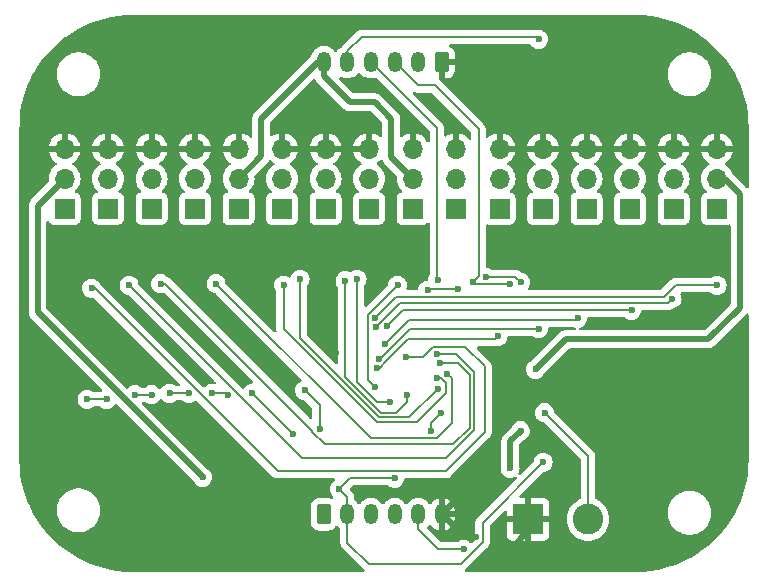
<source format=gbr>
%TF.GenerationSoftware,KiCad,Pcbnew,8.0.2*%
%TF.CreationDate,2025-04-18T13:41:41+02:00*%
%TF.ProjectId,PCA9685 board,50434139-3638-4352-9062-6f6172642e6b,rev?*%
%TF.SameCoordinates,Original*%
%TF.FileFunction,Copper,L2,Bot*%
%TF.FilePolarity,Positive*%
%FSLAX46Y46*%
G04 Gerber Fmt 4.6, Leading zero omitted, Abs format (unit mm)*
G04 Created by KiCad (PCBNEW 8.0.2) date 2025-04-18 13:41:41*
%MOMM*%
%LPD*%
G01*
G04 APERTURE LIST*
G04 Aperture macros list*
%AMRoundRect*
0 Rectangle with rounded corners*
0 $1 Rounding radius*
0 $2 $3 $4 $5 $6 $7 $8 $9 X,Y pos of 4 corners*
0 Add a 4 corners polygon primitive as box body*
4,1,4,$2,$3,$4,$5,$6,$7,$8,$9,$2,$3,0*
0 Add four circle primitives for the rounded corners*
1,1,$1+$1,$2,$3*
1,1,$1+$1,$4,$5*
1,1,$1+$1,$6,$7*
1,1,$1+$1,$8,$9*
0 Add four rect primitives between the rounded corners*
20,1,$1+$1,$2,$3,$4,$5,0*
20,1,$1+$1,$4,$5,$6,$7,0*
20,1,$1+$1,$6,$7,$8,$9,0*
20,1,$1+$1,$8,$9,$2,$3,0*%
G04 Aperture macros list end*
%TA.AperFunction,ComponentPad*%
%ADD10R,1.700000X1.700000*%
%TD*%
%TA.AperFunction,ComponentPad*%
%ADD11O,1.700000X1.700000*%
%TD*%
%TA.AperFunction,ComponentPad*%
%ADD12RoundRect,0.250000X-0.350000X-0.625000X0.350000X-0.625000X0.350000X0.625000X-0.350000X0.625000X0*%
%TD*%
%TA.AperFunction,ComponentPad*%
%ADD13O,1.200000X1.750000*%
%TD*%
%TA.AperFunction,ComponentPad*%
%ADD14RoundRect,0.250000X0.350000X0.625000X-0.350000X0.625000X-0.350000X-0.625000X0.350000X-0.625000X0*%
%TD*%
%TA.AperFunction,ComponentPad*%
%ADD15R,2.600000X2.600000*%
%TD*%
%TA.AperFunction,ComponentPad*%
%ADD16C,2.600000*%
%TD*%
%TA.AperFunction,ViaPad*%
%ADD17C,0.600000*%
%TD*%
%TA.AperFunction,Conductor*%
%ADD18C,0.200000*%
%TD*%
%TA.AperFunction,Conductor*%
%ADD19C,0.500000*%
%TD*%
G04 APERTURE END LIST*
D10*
%TO.P,M12,1,PWM*%
%TO.N,Net-(M12-PWM)*%
X153289000Y-127635000D03*
D11*
%TO.P,M12,2,+*%
%TO.N,+5V*%
X153289000Y-125095000D03*
%TO.P,M12,3,-*%
%TO.N,GND*%
X153289000Y-122555000D03*
%TD*%
D10*
%TO.P,M4,1,PWM*%
%TO.N,Net-(M4-PWM)*%
X182753000Y-127635000D03*
D11*
%TO.P,M4,2,+*%
%TO.N,+5V*%
X182753000Y-125095000D03*
%TO.P,M4,3,-*%
%TO.N,GND*%
X182753000Y-122555000D03*
%TD*%
D10*
%TO.P,M8,1,PWM*%
%TO.N,Net-(M8-PWM)*%
X168021000Y-127635000D03*
D11*
%TO.P,M8,2,+*%
%TO.N,+5V*%
X168021000Y-125095000D03*
%TO.P,M8,3,-*%
%TO.N,GND*%
X168021000Y-122555000D03*
%TD*%
D10*
%TO.P,M9,1,PWM*%
%TO.N,Net-(M9-PWM)*%
X164338000Y-127620000D03*
D11*
%TO.P,M9,2,+*%
%TO.N,+5V*%
X164338000Y-125080000D03*
%TO.P,M9,3,-*%
%TO.N,GND*%
X164338000Y-122540000D03*
%TD*%
D10*
%TO.P,M2,1,PWM*%
%TO.N,Net-(M2-PWM)*%
X190119000Y-127635000D03*
D11*
%TO.P,M2,2,+*%
%TO.N,+5V*%
X190119000Y-125095000D03*
%TO.P,M2,3,-*%
%TO.N,GND*%
X190119000Y-122555000D03*
%TD*%
D10*
%TO.P,M7,1,PWM*%
%TO.N,Net-(M7-PWM)*%
X171704000Y-127635000D03*
D11*
%TO.P,M7,2,+*%
%TO.N,+5V*%
X171704000Y-125095000D03*
%TO.P,M7,3,-*%
%TO.N,GND*%
X171704000Y-122555000D03*
%TD*%
D12*
%TO.P,J2,1,Pin_1*%
%TO.N,+5V*%
X160497000Y-153506000D03*
D13*
%TO.P,J2,2,Pin_2*%
%TO.N,VCC*%
X162497000Y-153506000D03*
%TO.P,J2,3,Pin_3*%
%TO.N,SDA*%
X164497000Y-153506000D03*
%TO.P,J2,4,Pin_4*%
%TO.N,SCL*%
X166497000Y-153506000D03*
%TO.P,J2,5,Pin_5*%
%TO.N,OE*%
X168497000Y-153506000D03*
%TO.P,J2,6,Pin_6*%
%TO.N,GND*%
X170497000Y-153506000D03*
%TD*%
D10*
%TO.P,M15,1,PWM*%
%TO.N,Net-(M15-PWM)*%
X142240000Y-127620000D03*
D11*
%TO.P,M15,2,+*%
%TO.N,+5V*%
X142240000Y-125080000D03*
%TO.P,M15,3,-*%
%TO.N,GND*%
X142240000Y-122540000D03*
%TD*%
D10*
%TO.P,M3,1,PWM*%
%TO.N,Net-(M3-PWM)*%
X186436000Y-127635000D03*
D11*
%TO.P,M3,2,+*%
%TO.N,+5V*%
X186436000Y-125095000D03*
%TO.P,M3,3,-*%
%TO.N,GND*%
X186436000Y-122555000D03*
%TD*%
D10*
%TO.P,M13,1,PWM*%
%TO.N,Net-(M13-PWM)*%
X149606000Y-127635000D03*
D11*
%TO.P,M13,2,+*%
%TO.N,+5V*%
X149606000Y-125095000D03*
%TO.P,M13,3,-*%
%TO.N,GND*%
X149606000Y-122555000D03*
%TD*%
D10*
%TO.P,M10,1,PWM*%
%TO.N,Net-(M10-PWM)*%
X160655000Y-127635000D03*
D11*
%TO.P,M10,2,+*%
%TO.N,+5V*%
X160655000Y-125095000D03*
%TO.P,M10,3,-*%
%TO.N,GND*%
X160655000Y-122555000D03*
%TD*%
D10*
%TO.P,M16,1,PWM*%
%TO.N,Net-(M16-PWM)*%
X138557000Y-127635000D03*
D11*
%TO.P,M16,2,+*%
%TO.N,+5V*%
X138557000Y-125095000D03*
%TO.P,M16,3,-*%
%TO.N,GND*%
X138557000Y-122555000D03*
%TD*%
D10*
%TO.P,M11,1,PWM*%
%TO.N,Net-(M11-PWM)*%
X156972000Y-127635000D03*
D11*
%TO.P,M11,2,+*%
%TO.N,+5V*%
X156972000Y-125095000D03*
%TO.P,M11,3,-*%
%TO.N,GND*%
X156972000Y-122555000D03*
%TD*%
D10*
%TO.P,M14,1,PWM*%
%TO.N,Net-(M14-PWM)*%
X145923000Y-127620000D03*
D11*
%TO.P,M14,2,+*%
%TO.N,+5V*%
X145923000Y-125080000D03*
%TO.P,M14,3,-*%
%TO.N,GND*%
X145923000Y-122540000D03*
%TD*%
D14*
%TO.P,J3,1,Pin_1*%
%TO.N,GND*%
X170497000Y-115226000D03*
D13*
%TO.P,J3,2,Pin_2*%
%TO.N,OE*%
X168497000Y-115226000D03*
%TO.P,J3,3,Pin_3*%
%TO.N,SCL*%
X166497000Y-115226000D03*
%TO.P,J3,4,Pin_4*%
%TO.N,SDA*%
X164497000Y-115226000D03*
%TO.P,J3,5,Pin_5*%
%TO.N,VCC*%
X162497000Y-115226000D03*
%TO.P,J3,6,Pin_6*%
%TO.N,+5V*%
X160497000Y-115226000D03*
%TD*%
D10*
%TO.P,M1,1,PWM*%
%TO.N,Net-(M1-PWM)*%
X193802000Y-127635000D03*
D11*
%TO.P,M1,2,+*%
%TO.N,+5V*%
X193802000Y-125095000D03*
%TO.P,M1,3,-*%
%TO.N,GND*%
X193802000Y-122555000D03*
%TD*%
D15*
%TO.P,J1,1,Pin_1*%
%TO.N,GND*%
X177800000Y-153924000D03*
D16*
%TO.P,J1,2,Pin_2*%
%TO.N,Net-(J1-Pin_2)*%
X182880000Y-153924000D03*
%TD*%
D10*
%TO.P,M6,1,PWM*%
%TO.N,Net-(M6-PWM)*%
X175387000Y-127620000D03*
D11*
%TO.P,M6,2,+*%
%TO.N,+5V*%
X175387000Y-125080000D03*
%TO.P,M6,3,-*%
%TO.N,GND*%
X175387000Y-122540000D03*
%TD*%
D10*
%TO.P,M5,1,PWM*%
%TO.N,Net-(M5-PWM)*%
X179070000Y-127635000D03*
D11*
%TO.P,M5,2,+*%
%TO.N,+5V*%
X179070000Y-125095000D03*
%TO.P,M5,3,-*%
%TO.N,GND*%
X179070000Y-122555000D03*
%TD*%
D17*
%TO.N,VCC*%
X140462000Y-143764000D03*
X152400000Y-143383000D03*
X166497000Y-150460000D03*
X142113000Y-143764000D03*
X178689000Y-113284000D03*
X149098000Y-143256000D03*
X160147000Y-146304000D03*
X144526000Y-143383000D03*
X169291000Y-134528000D03*
X151003000Y-143256000D03*
X161814000Y-151384000D03*
X158877000Y-143002000D03*
X171831000Y-134458000D03*
X154432000Y-143256000D03*
X179070000Y-149098000D03*
X147447000Y-143256000D03*
X157861000Y-146685000D03*
X145923000Y-143383000D03*
%TO.N,GND*%
X174879000Y-157607000D03*
X173349529Y-155448000D03*
X174625000Y-139827000D03*
X159639000Y-136398000D03*
X161579093Y-139827000D03*
X176911000Y-141986000D03*
%TO.N,+5V*%
X176276000Y-149613771D03*
X177165000Y-146431000D03*
X178435000Y-141224000D03*
X150241000Y-150368000D03*
%TO.N,Net-(J1-Pin_2)*%
X179197000Y-144907000D03*
%TO.N,SDA*%
X177165000Y-133858000D03*
X174204903Y-133420000D03*
X170137180Y-133674393D03*
%TO.N,OE*%
X170434000Y-144907000D03*
X172339000Y-156464000D03*
X169545000Y-146466000D03*
%TO.N,SCL*%
X173101000Y-133858000D03*
X176276000Y-134020000D03*
%TO.N,PWM1*%
X193802000Y-134112000D03*
X164825765Y-136885765D03*
%TO.N,PWM2*%
X189992000Y-135255000D03*
X164938000Y-137685629D03*
%TO.N,PWM3*%
X186563000Y-136236000D03*
X165871438Y-137600721D03*
%TO.N,PWM4*%
X181991000Y-136906000D03*
X165651265Y-139108265D03*
%TO.N,PWM5*%
X165206765Y-140314765D03*
X178689000Y-137795000D03*
%TO.N,PWM6*%
X175260000Y-138430000D03*
X165024527Y-141132000D03*
%TO.N,PWM8*%
X166751000Y-134112000D03*
X164820012Y-142722012D03*
%TO.N,PWM9*%
X166116000Y-144018000D03*
X163322000Y-133604000D03*
%TO.N,PWM10*%
X167513000Y-143418000D03*
X162306000Y-133731000D03*
%TO.N,PWM11*%
X170180000Y-142875000D03*
X158496000Y-133604000D03*
%TO.N,PWM12*%
X170053000Y-141986000D03*
X157099000Y-134112000D03*
%TO.N,PWM13*%
X151384000Y-133985000D03*
X170942000Y-141605000D03*
%TO.N,PWM14*%
X146685000Y-133985000D03*
X170307000Y-140716000D03*
%TO.N,PWM15*%
X144018000Y-134112000D03*
X170053000Y-139926882D03*
%TO.N,PWM16*%
X140843000Y-134366000D03*
X167497000Y-140208000D03*
%TD*%
D18*
%TO.N,VCC*%
X162497000Y-114303000D02*
X163700000Y-113100000D01*
X179070000Y-149098000D02*
X173949529Y-154218471D01*
X147447000Y-143256000D02*
X149098000Y-143256000D01*
X154432000Y-143256000D02*
X157861000Y-146685000D01*
X178505000Y-113100000D02*
X178689000Y-113284000D01*
X164338000Y-157734000D02*
X162497000Y-155893000D01*
X172085000Y-157734000D02*
X164338000Y-157734000D01*
X163700000Y-113100000D02*
X178505000Y-113100000D01*
X161814000Y-151384000D02*
X162738000Y-150460000D01*
X173949529Y-154218471D02*
X173949529Y-155869471D01*
X173949529Y-155869471D02*
X172085000Y-157734000D01*
X162497000Y-115226000D02*
X162497000Y-114303000D01*
X160147000Y-146304000D02*
X160147000Y-144272000D01*
X171831000Y-134458000D02*
X169361000Y-134458000D01*
X162497000Y-155893000D02*
X162497000Y-152067000D01*
X151003000Y-143256000D02*
X152273000Y-143256000D01*
X162738000Y-150460000D02*
X166497000Y-150460000D01*
X140462000Y-143764000D02*
X142113000Y-143764000D01*
X162497000Y-152067000D02*
X161814000Y-151384000D01*
X152273000Y-143256000D02*
X152400000Y-143383000D01*
X169361000Y-134458000D02*
X169291000Y-134528000D01*
X144526000Y-143383000D02*
X145923000Y-143383000D01*
X160147000Y-144272000D02*
X158877000Y-143002000D01*
%TO.N,GND*%
X176784000Y-141986000D02*
X176911000Y-141986000D01*
X160782000Y-137541000D02*
X159639000Y-136398000D01*
D19*
X177800000Y-154940000D02*
X177800000Y-153924000D01*
D18*
X174625000Y-139827000D02*
X176784000Y-141986000D01*
D19*
X175006000Y-143891000D02*
X176911000Y-141986000D01*
X174879000Y-157607000D02*
X175133000Y-157607000D01*
D18*
X160782000Y-139029907D02*
X160782000Y-137541000D01*
D19*
X175006000Y-148997000D02*
X175006000Y-143891000D01*
D18*
X161579093Y-139827000D02*
X160782000Y-139029907D01*
D19*
X173349529Y-155448000D02*
X172439000Y-155448000D01*
X172439000Y-155448000D02*
X170497000Y-153506000D01*
X170497000Y-153506000D02*
X175006000Y-148997000D01*
X175133000Y-157607000D02*
X177800000Y-154940000D01*
%TO.N,+5V*%
X138557000Y-125095000D02*
X136271000Y-127381000D01*
X178689000Y-125095000D02*
X179070000Y-125095000D01*
X195707000Y-136017000D02*
X195707000Y-126365000D01*
X153289000Y-125095000D02*
X155194000Y-123190000D01*
X166200000Y-120000000D02*
X166200000Y-123274000D01*
X160497000Y-115226000D02*
X160497000Y-116397000D01*
X164800000Y-118600000D02*
X166200000Y-120000000D01*
X136271000Y-129921000D02*
X136271000Y-136398000D01*
X195707000Y-126365000D02*
X194437000Y-125095000D01*
X194437000Y-125095000D02*
X193802000Y-125095000D01*
X160497000Y-116397000D02*
X162700000Y-118600000D01*
X166200000Y-123274000D02*
X168021000Y-125095000D01*
X193040000Y-138684000D02*
X195707000Y-136017000D01*
X136271000Y-127381000D02*
X136271000Y-129921000D01*
X176276000Y-147320000D02*
X177165000Y-146431000D01*
X155194000Y-123190000D02*
X155194000Y-120006000D01*
X136271000Y-136398000D02*
X150241000Y-150368000D01*
X180975000Y-138684000D02*
X193040000Y-138684000D01*
X162700000Y-118600000D02*
X164800000Y-118600000D01*
X176276000Y-149613771D02*
X176276000Y-147320000D01*
X159974000Y-115226000D02*
X160497000Y-115226000D01*
X155194000Y-120006000D02*
X159974000Y-115226000D01*
X178435000Y-141224000D02*
X180975000Y-138684000D01*
D18*
%TO.N,Net-(J1-Pin_2)*%
X179197000Y-144907000D02*
X182880000Y-148590000D01*
X182880000Y-148590000D02*
X182880000Y-153924000D01*
%TO.N,SDA*%
X176727000Y-133420000D02*
X174204903Y-133420000D01*
X170066787Y-120795787D02*
X164497000Y-115226000D01*
X170066787Y-133604000D02*
X170066787Y-120795787D01*
X170137180Y-133674393D02*
X170066787Y-133604000D01*
X177165000Y-133858000D02*
X176727000Y-133420000D01*
%TO.N,OE*%
X169545000Y-145796000D02*
X170434000Y-144907000D01*
X172339000Y-156464000D02*
X170180000Y-156464000D01*
X170180000Y-156464000D02*
X168497000Y-154781000D01*
X169545000Y-146466000D02*
X169545000Y-145796000D01*
X168497000Y-154781000D02*
X168497000Y-153506000D01*
%TO.N,SCL*%
X173609000Y-120904000D02*
X173609000Y-133350000D01*
X173101000Y-133858000D02*
X173263000Y-134020000D01*
X173263000Y-134020000D02*
X176276000Y-134020000D01*
X166497000Y-115226000D02*
X168471000Y-117200000D01*
X168471000Y-117200000D02*
X169905000Y-117200000D01*
X169905000Y-117200000D02*
X173609000Y-120904000D01*
X173609000Y-133350000D02*
X173101000Y-133858000D01*
%TO.N,PWM1*%
X189270471Y-135128000D02*
X190286471Y-134112000D01*
X190286471Y-134112000D02*
X193802000Y-134112000D01*
X164825765Y-136885765D02*
X166583530Y-135128000D01*
X166583530Y-135128000D02*
X189270471Y-135128000D01*
%TO.N,PWM2*%
X189611000Y-135636000D02*
X189992000Y-135255000D01*
X164938000Y-137685629D02*
X166987629Y-135636000D01*
X166987629Y-135636000D02*
X189611000Y-135636000D01*
%TO.N,PWM3*%
X165871438Y-137600721D02*
X167236159Y-136236000D01*
X167236159Y-136236000D02*
X186563000Y-136236000D01*
%TO.N,PWM4*%
X181864000Y-137033000D02*
X181991000Y-136906000D01*
X167726530Y-137033000D02*
X181864000Y-137033000D01*
X165651265Y-139108265D02*
X167726530Y-137033000D01*
%TO.N,PWM5*%
X165293294Y-140314765D02*
X167813059Y-137795000D01*
X167813059Y-137795000D02*
X178689000Y-137795000D01*
X165206765Y-140314765D02*
X165293294Y-140314765D01*
%TO.N,PWM6*%
X165806765Y-140563294D02*
X165238059Y-141132000D01*
X175260000Y-138430000D02*
X175006000Y-138684000D01*
X167640000Y-138684000D02*
X165806765Y-140517235D01*
X165806765Y-140517235D02*
X165806765Y-140563294D01*
X165238059Y-141132000D02*
X165024527Y-141132000D01*
X175006000Y-138684000D02*
X167640000Y-138684000D01*
%TO.N,PWM8*%
X164820012Y-142722012D02*
X164211000Y-142113000D01*
X164211000Y-136652000D02*
X166751000Y-134112000D01*
X164211000Y-142113000D02*
X164211000Y-136652000D01*
%TO.N,PWM9*%
X165033471Y-144018000D02*
X166116000Y-144018000D01*
X163322000Y-133604000D02*
X163322000Y-142306529D01*
X163322000Y-142306529D02*
X165033471Y-144018000D01*
%TO.N,PWM10*%
X165356785Y-144907000D02*
X166624000Y-144907000D01*
X162306000Y-133731000D02*
X162306000Y-141856215D01*
X162306000Y-141856215D02*
X165356785Y-144907000D01*
X166624000Y-144907000D02*
X167513000Y-144018000D01*
X167513000Y-144018000D02*
X167513000Y-143418000D01*
%TO.N,PWM11*%
X158496000Y-138611901D02*
X165191099Y-145307000D01*
X167748000Y-145307000D02*
X170180000Y-142875000D01*
X165191099Y-145307000D02*
X167748000Y-145307000D01*
X158496000Y-133604000D02*
X158496000Y-138611901D01*
%TO.N,PWM12*%
X168364000Y-145707000D02*
X170815000Y-143256000D01*
X157099000Y-137780587D02*
X165025413Y-145707000D01*
X157099000Y-134112000D02*
X157099000Y-137780587D01*
X170434000Y-141986000D02*
X170053000Y-141986000D01*
X165025413Y-145707000D02*
X168364000Y-145707000D01*
X170815000Y-142367000D02*
X170434000Y-141986000D01*
X170815000Y-143256000D02*
X170815000Y-142367000D01*
%TO.N,PWM13*%
X170942000Y-141605000D02*
X171323000Y-141986000D01*
X171323000Y-141986000D02*
X171323000Y-145796000D01*
X171323000Y-145796000D02*
X170053000Y-147066000D01*
X164465000Y-147066000D02*
X151384000Y-133985000D01*
X170053000Y-147066000D02*
X164465000Y-147066000D01*
%TO.N,PWM14*%
X147066000Y-133985000D02*
X159547000Y-146466000D01*
X159547000Y-146466000D02*
X159547000Y-146552529D01*
X171450000Y-147574000D02*
X172847000Y-146177000D01*
X172847000Y-141732000D02*
X171831000Y-140716000D01*
X160568471Y-147574000D02*
X171450000Y-147574000D01*
X159547000Y-146552529D02*
X160568471Y-147574000D01*
X172847000Y-146177000D02*
X172847000Y-141732000D01*
X146685000Y-133985000D02*
X147066000Y-133985000D01*
X171831000Y-140716000D02*
X170307000Y-140716000D01*
%TO.N,PWM15*%
X158623000Y-148717000D02*
X144018000Y-134112000D01*
X173247000Y-141497000D02*
X173247000Y-146342686D01*
X171676882Y-139926882D02*
X173247000Y-141497000D01*
X170053000Y-139926882D02*
X171676882Y-139926882D01*
X173247000Y-146342686D02*
X170872686Y-148717000D01*
X170872686Y-148717000D02*
X158623000Y-148717000D01*
%TO.N,PWM16*%
X174117000Y-140970000D02*
X174117000Y-146558000D01*
X170815000Y-149860000D02*
X156591000Y-149860000D01*
X167497000Y-140208000D02*
X168910000Y-140208000D01*
X156591000Y-149860000D02*
X141097000Y-134366000D01*
X172473882Y-139326882D02*
X174117000Y-140970000D01*
X168910000Y-140208000D02*
X169791118Y-139326882D01*
X141097000Y-134366000D02*
X140843000Y-134366000D01*
X169791118Y-139326882D02*
X172473882Y-139326882D01*
X174117000Y-146558000D02*
X170815000Y-149860000D01*
%TD*%
%TA.AperFunction,Conductor*%
%TO.N,GND*%
G36*
X186978941Y-111244561D02*
G01*
X187569598Y-111263123D01*
X187577340Y-111263610D01*
X188163734Y-111319040D01*
X188171459Y-111320016D01*
X188753188Y-111412153D01*
X188760802Y-111413605D01*
X189335649Y-111542098D01*
X189343172Y-111544031D01*
X189908789Y-111708358D01*
X189916139Y-111710746D01*
X190470338Y-111910270D01*
X190477561Y-111913129D01*
X191018113Y-112147047D01*
X191025162Y-112150364D01*
X191549951Y-112417758D01*
X191556777Y-112421511D01*
X192063734Y-112721324D01*
X192070311Y-112725498D01*
X192557446Y-113056555D01*
X192563748Y-113061134D01*
X193029118Y-113422112D01*
X193035121Y-113427077D01*
X193476940Y-113816593D01*
X193482618Y-113821926D01*
X193899073Y-114238381D01*
X193904406Y-114244059D01*
X194293922Y-114685878D01*
X194298887Y-114691881D01*
X194659865Y-115157251D01*
X194664444Y-115163553D01*
X194995501Y-115650688D01*
X194999675Y-115657265D01*
X195299488Y-116164222D01*
X195303241Y-116171048D01*
X195570635Y-116695837D01*
X195573952Y-116702886D01*
X195807868Y-117243434D01*
X195810735Y-117250676D01*
X196010246Y-117804840D01*
X196012648Y-117812234D01*
X196176965Y-118377816D01*
X196178903Y-118385361D01*
X196307390Y-118960178D01*
X196308849Y-118967830D01*
X196400982Y-119549538D01*
X196401959Y-119557267D01*
X196457388Y-120143643D01*
X196457877Y-120151417D01*
X196476439Y-120742058D01*
X196476500Y-120745953D01*
X196476500Y-125773770D01*
X196456815Y-125840809D01*
X196404011Y-125886564D01*
X196334853Y-125896508D01*
X196271297Y-125867483D01*
X196264819Y-125861452D01*
X196244176Y-125840809D01*
X196185416Y-125782049D01*
X195114477Y-124711109D01*
X195082383Y-124655520D01*
X195075906Y-124631346D01*
X195075904Y-124631342D01*
X195075903Y-124631337D01*
X194976035Y-124417171D01*
X194970735Y-124409601D01*
X194840494Y-124223597D01*
X194673402Y-124056506D01*
X194673401Y-124056505D01*
X194487405Y-123926269D01*
X194443781Y-123871692D01*
X194436588Y-123802193D01*
X194468110Y-123739839D01*
X194487405Y-123723119D01*
X194673082Y-123593105D01*
X194840105Y-123426082D01*
X194975600Y-123232578D01*
X195075429Y-123018492D01*
X195075432Y-123018486D01*
X195132636Y-122805000D01*
X194235012Y-122805000D01*
X194267925Y-122747993D01*
X194302000Y-122620826D01*
X194302000Y-122489174D01*
X194267925Y-122362007D01*
X194235012Y-122305000D01*
X195132636Y-122305000D01*
X195132635Y-122304999D01*
X195075432Y-122091513D01*
X195075429Y-122091507D01*
X194975600Y-121877422D01*
X194975599Y-121877420D01*
X194840113Y-121683926D01*
X194840108Y-121683920D01*
X194673082Y-121516894D01*
X194479578Y-121381399D01*
X194265492Y-121281570D01*
X194265486Y-121281567D01*
X194052000Y-121224364D01*
X194052000Y-122121988D01*
X193994993Y-122089075D01*
X193867826Y-122055000D01*
X193736174Y-122055000D01*
X193609007Y-122089075D01*
X193552000Y-122121988D01*
X193552000Y-121224364D01*
X193551999Y-121224364D01*
X193338513Y-121281567D01*
X193338507Y-121281570D01*
X193124422Y-121381399D01*
X193124420Y-121381400D01*
X192930926Y-121516886D01*
X192930920Y-121516891D01*
X192763891Y-121683920D01*
X192763886Y-121683926D01*
X192628400Y-121877420D01*
X192628399Y-121877422D01*
X192528570Y-122091507D01*
X192528567Y-122091513D01*
X192471364Y-122304999D01*
X192471364Y-122305000D01*
X193368988Y-122305000D01*
X193336075Y-122362007D01*
X193302000Y-122489174D01*
X193302000Y-122620826D01*
X193336075Y-122747993D01*
X193368988Y-122805000D01*
X192471364Y-122805000D01*
X192528567Y-123018486D01*
X192528570Y-123018492D01*
X192628399Y-123232578D01*
X192763894Y-123426082D01*
X192930917Y-123593105D01*
X193116595Y-123723119D01*
X193160219Y-123777696D01*
X193167412Y-123847195D01*
X193135890Y-123909549D01*
X193116595Y-123926269D01*
X192930594Y-124056508D01*
X192763505Y-124223597D01*
X192627965Y-124417169D01*
X192627964Y-124417171D01*
X192528098Y-124631335D01*
X192528094Y-124631344D01*
X192466938Y-124859586D01*
X192466936Y-124859596D01*
X192446341Y-125094999D01*
X192446341Y-125095000D01*
X192466936Y-125330403D01*
X192466938Y-125330413D01*
X192528094Y-125558655D01*
X192528096Y-125558659D01*
X192528097Y-125558663D01*
X192559711Y-125626459D01*
X192627965Y-125772830D01*
X192627967Y-125772834D01*
X192707602Y-125886564D01*
X192763501Y-125966396D01*
X192763506Y-125966402D01*
X192885430Y-126088326D01*
X192918915Y-126149649D01*
X192913931Y-126219341D01*
X192872059Y-126275274D01*
X192841083Y-126292189D01*
X192709669Y-126341203D01*
X192709664Y-126341206D01*
X192594455Y-126427452D01*
X192594452Y-126427455D01*
X192508206Y-126542664D01*
X192508202Y-126542671D01*
X192457908Y-126677517D01*
X192451501Y-126737116D01*
X192451501Y-126737123D01*
X192451500Y-126737135D01*
X192451500Y-128532870D01*
X192451501Y-128532876D01*
X192457908Y-128592483D01*
X192508202Y-128727328D01*
X192508206Y-128727335D01*
X192594452Y-128842544D01*
X192594455Y-128842547D01*
X192709664Y-128928793D01*
X192709671Y-128928797D01*
X192844517Y-128979091D01*
X192844516Y-128979091D01*
X192851444Y-128979835D01*
X192904127Y-128985500D01*
X194699872Y-128985499D01*
X194759483Y-128979091D01*
X194789166Y-128968019D01*
X194858856Y-128963034D01*
X194920180Y-128996518D01*
X194953666Y-129057841D01*
X194956500Y-129084201D01*
X194956500Y-135654770D01*
X194936815Y-135721809D01*
X194920181Y-135742451D01*
X192765451Y-137897181D01*
X192704128Y-137930666D01*
X192677770Y-137933500D01*
X182208095Y-137933500D01*
X182141056Y-137913815D01*
X182095301Y-137861011D01*
X182085357Y-137791853D01*
X182114382Y-137728297D01*
X182167140Y-137692458D01*
X182170887Y-137691146D01*
X182340522Y-137631789D01*
X182493262Y-137535816D01*
X182620816Y-137408262D01*
X182716789Y-137255522D01*
X182776368Y-137085255D01*
X182781291Y-137041565D01*
X182791989Y-136946617D01*
X182819055Y-136882203D01*
X182876650Y-136842648D01*
X182915209Y-136836500D01*
X185980588Y-136836500D01*
X186047627Y-136856185D01*
X186057903Y-136863555D01*
X186060736Y-136865814D01*
X186060738Y-136865816D01*
X186213478Y-136961789D01*
X186383745Y-137021368D01*
X186383750Y-137021369D01*
X186562996Y-137041565D01*
X186563000Y-137041565D01*
X186563004Y-137041565D01*
X186742249Y-137021369D01*
X186742252Y-137021368D01*
X186742255Y-137021368D01*
X186912522Y-136961789D01*
X187065262Y-136865816D01*
X187192816Y-136738262D01*
X187288789Y-136585522D01*
X187348368Y-136415255D01*
X187356102Y-136346617D01*
X187383168Y-136282203D01*
X187440763Y-136242648D01*
X187479322Y-136236500D01*
X189524331Y-136236500D01*
X189524347Y-136236501D01*
X189531943Y-136236501D01*
X189690054Y-136236501D01*
X189690057Y-136236501D01*
X189842785Y-136195577D01*
X189904447Y-136159976D01*
X189979716Y-136116520D01*
X190009104Y-136087132D01*
X190010535Y-136085701D01*
X190071857Y-136052215D01*
X190084316Y-136050162D01*
X190171255Y-136040368D01*
X190341522Y-135980789D01*
X190494262Y-135884816D01*
X190621816Y-135757262D01*
X190717789Y-135604522D01*
X190777368Y-135434255D01*
X190797565Y-135255000D01*
X190788164Y-135171565D01*
X190777369Y-135075750D01*
X190777368Y-135075745D01*
X190717789Y-134905478D01*
X190715903Y-134902476D01*
X190715276Y-134900258D01*
X190714769Y-134899205D01*
X190714953Y-134899116D01*
X190696900Y-134835240D01*
X190717265Y-134768404D01*
X190770531Y-134723188D01*
X190820894Y-134712500D01*
X193219588Y-134712500D01*
X193286627Y-134732185D01*
X193296903Y-134739555D01*
X193299736Y-134741814D01*
X193299738Y-134741816D01*
X193452478Y-134837789D01*
X193539565Y-134868262D01*
X193622745Y-134897368D01*
X193622750Y-134897369D01*
X193801996Y-134917565D01*
X193802000Y-134917565D01*
X193802004Y-134917565D01*
X193981249Y-134897369D01*
X193981252Y-134897368D01*
X193981255Y-134897368D01*
X194151522Y-134837789D01*
X194304262Y-134741816D01*
X194431816Y-134614262D01*
X194527789Y-134461522D01*
X194587368Y-134291255D01*
X194593238Y-134239158D01*
X194607565Y-134112003D01*
X194607565Y-134111996D01*
X194587369Y-133932750D01*
X194587368Y-133932745D01*
X194561215Y-133858003D01*
X194527789Y-133762478D01*
X194511267Y-133736184D01*
X194472439Y-133674389D01*
X194431816Y-133609738D01*
X194304262Y-133482184D01*
X194151523Y-133386211D01*
X193981254Y-133326631D01*
X193981249Y-133326630D01*
X193802004Y-133306435D01*
X193801996Y-133306435D01*
X193622750Y-133326630D01*
X193622745Y-133326631D01*
X193452476Y-133386211D01*
X193299736Y-133482185D01*
X193296903Y-133484445D01*
X193294724Y-133485334D01*
X193293842Y-133485889D01*
X193293744Y-133485734D01*
X193232217Y-133510855D01*
X193219588Y-133511500D01*
X190373140Y-133511500D01*
X190373124Y-133511499D01*
X190365528Y-133511499D01*
X190207414Y-133511499D01*
X190100058Y-133540265D01*
X190054681Y-133552424D01*
X190054680Y-133552425D01*
X190019537Y-133572716D01*
X190019535Y-133572717D01*
X189917761Y-133631475D01*
X189917753Y-133631481D01*
X189841003Y-133708232D01*
X189805951Y-133743284D01*
X189805949Y-133743286D01*
X189429863Y-134119373D01*
X189058055Y-134491181D01*
X188996732Y-134524666D01*
X188970374Y-134527500D01*
X177914095Y-134527500D01*
X177847056Y-134507815D01*
X177801301Y-134455011D01*
X177791357Y-134385853D01*
X177809101Y-134337528D01*
X177870911Y-134239158D01*
X177890789Y-134207522D01*
X177950368Y-134037255D01*
X177952709Y-134016478D01*
X177970565Y-133858003D01*
X177970565Y-133857996D01*
X177950369Y-133678750D01*
X177950368Y-133678745D01*
X177935228Y-133635478D01*
X177890789Y-133508478D01*
X177882409Y-133495142D01*
X177813963Y-133386211D01*
X177794816Y-133355738D01*
X177667262Y-133228184D01*
X177621819Y-133199630D01*
X177514521Y-133132210D01*
X177344249Y-133072630D01*
X177257331Y-133062837D01*
X177192917Y-133035770D01*
X177183534Y-133027298D01*
X177095717Y-132939481D01*
X177095716Y-132939480D01*
X176989594Y-132878211D01*
X176989593Y-132878210D01*
X176958783Y-132860422D01*
X176902881Y-132845443D01*
X176806057Y-132819499D01*
X176647943Y-132819499D01*
X176640347Y-132819499D01*
X176640331Y-132819500D01*
X174787315Y-132819500D01*
X174720276Y-132799815D01*
X174710000Y-132792445D01*
X174707166Y-132790185D01*
X174707165Y-132790184D01*
X174630795Y-132742197D01*
X174554424Y-132694210D01*
X174384152Y-132634630D01*
X174319616Y-132627359D01*
X174255202Y-132600292D01*
X174215647Y-132542697D01*
X174209500Y-132504139D01*
X174209500Y-129060623D01*
X174229185Y-128993584D01*
X174281989Y-128947829D01*
X174351147Y-128937885D01*
X174376829Y-128944439D01*
X174429517Y-128964091D01*
X174489127Y-128970500D01*
X176284872Y-128970499D01*
X176344483Y-128964091D01*
X176479331Y-128913796D01*
X176594546Y-128827546D01*
X176680796Y-128712331D01*
X176731091Y-128577483D01*
X176737500Y-128517873D01*
X176737499Y-126722128D01*
X176731091Y-126662517D01*
X176697094Y-126571367D01*
X176680797Y-126527671D01*
X176680793Y-126527664D01*
X176594547Y-126412455D01*
X176594544Y-126412452D01*
X176479335Y-126326206D01*
X176479328Y-126326202D01*
X176347917Y-126277189D01*
X176291983Y-126235318D01*
X176267566Y-126169853D01*
X176282418Y-126101580D01*
X176303563Y-126073332D01*
X176425495Y-125951401D01*
X176561035Y-125757830D01*
X176660903Y-125543663D01*
X176722063Y-125315408D01*
X176741347Y-125094999D01*
X177714341Y-125094999D01*
X177714341Y-125095000D01*
X177734936Y-125330403D01*
X177734938Y-125330413D01*
X177796094Y-125558655D01*
X177796096Y-125558659D01*
X177796097Y-125558663D01*
X177827711Y-125626459D01*
X177895965Y-125772830D01*
X177895967Y-125772834D01*
X177975602Y-125886564D01*
X178031501Y-125966396D01*
X178031506Y-125966402D01*
X178153430Y-126088326D01*
X178186915Y-126149649D01*
X178181931Y-126219341D01*
X178140059Y-126275274D01*
X178109083Y-126292189D01*
X177977669Y-126341203D01*
X177977664Y-126341206D01*
X177862455Y-126427452D01*
X177862452Y-126427455D01*
X177776206Y-126542664D01*
X177776202Y-126542671D01*
X177725908Y-126677517D01*
X177719501Y-126737116D01*
X177719501Y-126737123D01*
X177719500Y-126737135D01*
X177719500Y-128532870D01*
X177719501Y-128532876D01*
X177725908Y-128592483D01*
X177776202Y-128727328D01*
X177776206Y-128727335D01*
X177862452Y-128842544D01*
X177862455Y-128842547D01*
X177977664Y-128928793D01*
X177977671Y-128928797D01*
X178112517Y-128979091D01*
X178112516Y-128979091D01*
X178119444Y-128979835D01*
X178172127Y-128985500D01*
X179967872Y-128985499D01*
X180027483Y-128979091D01*
X180162331Y-128928796D01*
X180277546Y-128842546D01*
X180363796Y-128727331D01*
X180414091Y-128592483D01*
X180420500Y-128532873D01*
X180420499Y-126737128D01*
X180414091Y-126677517D01*
X180408496Y-126662517D01*
X180363797Y-126542671D01*
X180363793Y-126542664D01*
X180277547Y-126427455D01*
X180277544Y-126427452D01*
X180162335Y-126341206D01*
X180162328Y-126341202D01*
X180030917Y-126292189D01*
X179974983Y-126250318D01*
X179950566Y-126184853D01*
X179965418Y-126116580D01*
X179986563Y-126088332D01*
X180108495Y-125966401D01*
X180244035Y-125772830D01*
X180343903Y-125558663D01*
X180405063Y-125330408D01*
X180425659Y-125095000D01*
X180425659Y-125094999D01*
X181397341Y-125094999D01*
X181397341Y-125095000D01*
X181417936Y-125330403D01*
X181417938Y-125330413D01*
X181479094Y-125558655D01*
X181479096Y-125558659D01*
X181479097Y-125558663D01*
X181510711Y-125626459D01*
X181578965Y-125772830D01*
X181578967Y-125772834D01*
X181658602Y-125886564D01*
X181714501Y-125966396D01*
X181714506Y-125966402D01*
X181836430Y-126088326D01*
X181869915Y-126149649D01*
X181864931Y-126219341D01*
X181823059Y-126275274D01*
X181792083Y-126292189D01*
X181660669Y-126341203D01*
X181660664Y-126341206D01*
X181545455Y-126427452D01*
X181545452Y-126427455D01*
X181459206Y-126542664D01*
X181459202Y-126542671D01*
X181408908Y-126677517D01*
X181402501Y-126737116D01*
X181402501Y-126737123D01*
X181402500Y-126737135D01*
X181402500Y-128532870D01*
X181402501Y-128532876D01*
X181408908Y-128592483D01*
X181459202Y-128727328D01*
X181459206Y-128727335D01*
X181545452Y-128842544D01*
X181545455Y-128842547D01*
X181660664Y-128928793D01*
X181660671Y-128928797D01*
X181795517Y-128979091D01*
X181795516Y-128979091D01*
X181802444Y-128979835D01*
X181855127Y-128985500D01*
X183650872Y-128985499D01*
X183710483Y-128979091D01*
X183845331Y-128928796D01*
X183960546Y-128842546D01*
X184046796Y-128727331D01*
X184097091Y-128592483D01*
X184103500Y-128532873D01*
X184103499Y-126737128D01*
X184097091Y-126677517D01*
X184091496Y-126662517D01*
X184046797Y-126542671D01*
X184046793Y-126542664D01*
X183960547Y-126427455D01*
X183960544Y-126427452D01*
X183845335Y-126341206D01*
X183845328Y-126341202D01*
X183713917Y-126292189D01*
X183657983Y-126250318D01*
X183633566Y-126184853D01*
X183648418Y-126116580D01*
X183669563Y-126088332D01*
X183791495Y-125966401D01*
X183927035Y-125772830D01*
X184026903Y-125558663D01*
X184088063Y-125330408D01*
X184108659Y-125095000D01*
X184108659Y-125094999D01*
X185080341Y-125094999D01*
X185080341Y-125095000D01*
X185100936Y-125330403D01*
X185100938Y-125330413D01*
X185162094Y-125558655D01*
X185162096Y-125558659D01*
X185162097Y-125558663D01*
X185193711Y-125626459D01*
X185261965Y-125772830D01*
X185261967Y-125772834D01*
X185341602Y-125886564D01*
X185397501Y-125966396D01*
X185397506Y-125966402D01*
X185519430Y-126088326D01*
X185552915Y-126149649D01*
X185547931Y-126219341D01*
X185506059Y-126275274D01*
X185475083Y-126292189D01*
X185343669Y-126341203D01*
X185343664Y-126341206D01*
X185228455Y-126427452D01*
X185228452Y-126427455D01*
X185142206Y-126542664D01*
X185142202Y-126542671D01*
X185091908Y-126677517D01*
X185085501Y-126737116D01*
X185085501Y-126737123D01*
X185085500Y-126737135D01*
X185085500Y-128532870D01*
X185085501Y-128532876D01*
X185091908Y-128592483D01*
X185142202Y-128727328D01*
X185142206Y-128727335D01*
X185228452Y-128842544D01*
X185228455Y-128842547D01*
X185343664Y-128928793D01*
X185343671Y-128928797D01*
X185478517Y-128979091D01*
X185478516Y-128979091D01*
X185485444Y-128979835D01*
X185538127Y-128985500D01*
X187333872Y-128985499D01*
X187393483Y-128979091D01*
X187528331Y-128928796D01*
X187643546Y-128842546D01*
X187729796Y-128727331D01*
X187780091Y-128592483D01*
X187786500Y-128532873D01*
X187786499Y-126737128D01*
X187780091Y-126677517D01*
X187774496Y-126662517D01*
X187729797Y-126542671D01*
X187729793Y-126542664D01*
X187643547Y-126427455D01*
X187643544Y-126427452D01*
X187528335Y-126341206D01*
X187528328Y-126341202D01*
X187396917Y-126292189D01*
X187340983Y-126250318D01*
X187316566Y-126184853D01*
X187331418Y-126116580D01*
X187352563Y-126088332D01*
X187474495Y-125966401D01*
X187610035Y-125772830D01*
X187709903Y-125558663D01*
X187771063Y-125330408D01*
X187791659Y-125095000D01*
X187791659Y-125094999D01*
X188763341Y-125094999D01*
X188763341Y-125095000D01*
X188783936Y-125330403D01*
X188783938Y-125330413D01*
X188845094Y-125558655D01*
X188845096Y-125558659D01*
X188845097Y-125558663D01*
X188876711Y-125626459D01*
X188944965Y-125772830D01*
X188944967Y-125772834D01*
X189024602Y-125886564D01*
X189080501Y-125966396D01*
X189080506Y-125966402D01*
X189202430Y-126088326D01*
X189235915Y-126149649D01*
X189230931Y-126219341D01*
X189189059Y-126275274D01*
X189158083Y-126292189D01*
X189026669Y-126341203D01*
X189026664Y-126341206D01*
X188911455Y-126427452D01*
X188911452Y-126427455D01*
X188825206Y-126542664D01*
X188825202Y-126542671D01*
X188774908Y-126677517D01*
X188768501Y-126737116D01*
X188768501Y-126737123D01*
X188768500Y-126737135D01*
X188768500Y-128532870D01*
X188768501Y-128532876D01*
X188774908Y-128592483D01*
X188825202Y-128727328D01*
X188825206Y-128727335D01*
X188911452Y-128842544D01*
X188911455Y-128842547D01*
X189026664Y-128928793D01*
X189026671Y-128928797D01*
X189161517Y-128979091D01*
X189161516Y-128979091D01*
X189168444Y-128979835D01*
X189221127Y-128985500D01*
X191016872Y-128985499D01*
X191076483Y-128979091D01*
X191211331Y-128928796D01*
X191326546Y-128842546D01*
X191412796Y-128727331D01*
X191463091Y-128592483D01*
X191469500Y-128532873D01*
X191469499Y-126737128D01*
X191463091Y-126677517D01*
X191457496Y-126662517D01*
X191412797Y-126542671D01*
X191412793Y-126542664D01*
X191326547Y-126427455D01*
X191326544Y-126427452D01*
X191211335Y-126341206D01*
X191211328Y-126341202D01*
X191079917Y-126292189D01*
X191023983Y-126250318D01*
X190999566Y-126184853D01*
X191014418Y-126116580D01*
X191035563Y-126088332D01*
X191157495Y-125966401D01*
X191293035Y-125772830D01*
X191392903Y-125558663D01*
X191454063Y-125330408D01*
X191474659Y-125095000D01*
X191454063Y-124859592D01*
X191399383Y-124655520D01*
X191392905Y-124631344D01*
X191392904Y-124631343D01*
X191392903Y-124631337D01*
X191293035Y-124417171D01*
X191287735Y-124409601D01*
X191157494Y-124223597D01*
X190990402Y-124056506D01*
X190990401Y-124056505D01*
X190804405Y-123926269D01*
X190760781Y-123871692D01*
X190753588Y-123802193D01*
X190785110Y-123739839D01*
X190804405Y-123723119D01*
X190990082Y-123593105D01*
X191157105Y-123426082D01*
X191292600Y-123232578D01*
X191392429Y-123018492D01*
X191392432Y-123018486D01*
X191449636Y-122805000D01*
X190552012Y-122805000D01*
X190584925Y-122747993D01*
X190619000Y-122620826D01*
X190619000Y-122489174D01*
X190584925Y-122362007D01*
X190552012Y-122305000D01*
X191449636Y-122305000D01*
X191449635Y-122304999D01*
X191392432Y-122091513D01*
X191392429Y-122091507D01*
X191292600Y-121877422D01*
X191292599Y-121877420D01*
X191157113Y-121683926D01*
X191157108Y-121683920D01*
X190990082Y-121516894D01*
X190796578Y-121381399D01*
X190582492Y-121281570D01*
X190582486Y-121281567D01*
X190369000Y-121224364D01*
X190369000Y-122121988D01*
X190311993Y-122089075D01*
X190184826Y-122055000D01*
X190053174Y-122055000D01*
X189926007Y-122089075D01*
X189869000Y-122121988D01*
X189869000Y-121224364D01*
X189868999Y-121224364D01*
X189655513Y-121281567D01*
X189655507Y-121281570D01*
X189441422Y-121381399D01*
X189441420Y-121381400D01*
X189247926Y-121516886D01*
X189247920Y-121516891D01*
X189080891Y-121683920D01*
X189080886Y-121683926D01*
X188945400Y-121877420D01*
X188945399Y-121877422D01*
X188845570Y-122091507D01*
X188845567Y-122091513D01*
X188788364Y-122304999D01*
X188788364Y-122305000D01*
X189685988Y-122305000D01*
X189653075Y-122362007D01*
X189619000Y-122489174D01*
X189619000Y-122620826D01*
X189653075Y-122747993D01*
X189685988Y-122805000D01*
X188788364Y-122805000D01*
X188845567Y-123018486D01*
X188845570Y-123018492D01*
X188945399Y-123232578D01*
X189080894Y-123426082D01*
X189247917Y-123593105D01*
X189433595Y-123723119D01*
X189477219Y-123777696D01*
X189484412Y-123847195D01*
X189452890Y-123909549D01*
X189433595Y-123926269D01*
X189247594Y-124056508D01*
X189080505Y-124223597D01*
X188944965Y-124417169D01*
X188944964Y-124417171D01*
X188845098Y-124631335D01*
X188845094Y-124631344D01*
X188783938Y-124859586D01*
X188783936Y-124859596D01*
X188763341Y-125094999D01*
X187791659Y-125094999D01*
X187771063Y-124859592D01*
X187716383Y-124655520D01*
X187709905Y-124631344D01*
X187709904Y-124631343D01*
X187709903Y-124631337D01*
X187610035Y-124417171D01*
X187604735Y-124409601D01*
X187474494Y-124223597D01*
X187307402Y-124056506D01*
X187307401Y-124056505D01*
X187121405Y-123926269D01*
X187077781Y-123871692D01*
X187070588Y-123802193D01*
X187102110Y-123739839D01*
X187121405Y-123723119D01*
X187307082Y-123593105D01*
X187474105Y-123426082D01*
X187609600Y-123232578D01*
X187709429Y-123018492D01*
X187709432Y-123018486D01*
X187766636Y-122805000D01*
X186869012Y-122805000D01*
X186901925Y-122747993D01*
X186936000Y-122620826D01*
X186936000Y-122489174D01*
X186901925Y-122362007D01*
X186869012Y-122305000D01*
X187766636Y-122305000D01*
X187766635Y-122304999D01*
X187709432Y-122091513D01*
X187709429Y-122091507D01*
X187609600Y-121877422D01*
X187609599Y-121877420D01*
X187474113Y-121683926D01*
X187474108Y-121683920D01*
X187307082Y-121516894D01*
X187113578Y-121381399D01*
X186899492Y-121281570D01*
X186899486Y-121281567D01*
X186686000Y-121224364D01*
X186686000Y-122121988D01*
X186628993Y-122089075D01*
X186501826Y-122055000D01*
X186370174Y-122055000D01*
X186243007Y-122089075D01*
X186186000Y-122121988D01*
X186186000Y-121224364D01*
X186185999Y-121224364D01*
X185972513Y-121281567D01*
X185972507Y-121281570D01*
X185758422Y-121381399D01*
X185758420Y-121381400D01*
X185564926Y-121516886D01*
X185564920Y-121516891D01*
X185397891Y-121683920D01*
X185397886Y-121683926D01*
X185262400Y-121877420D01*
X185262399Y-121877422D01*
X185162570Y-122091507D01*
X185162567Y-122091513D01*
X185105364Y-122304999D01*
X185105364Y-122305000D01*
X186002988Y-122305000D01*
X185970075Y-122362007D01*
X185936000Y-122489174D01*
X185936000Y-122620826D01*
X185970075Y-122747993D01*
X186002988Y-122805000D01*
X185105364Y-122805000D01*
X185162567Y-123018486D01*
X185162570Y-123018492D01*
X185262399Y-123232578D01*
X185397894Y-123426082D01*
X185564917Y-123593105D01*
X185750595Y-123723119D01*
X185794219Y-123777696D01*
X185801412Y-123847195D01*
X185769890Y-123909549D01*
X185750595Y-123926269D01*
X185564594Y-124056508D01*
X185397505Y-124223597D01*
X185261965Y-124417169D01*
X185261964Y-124417171D01*
X185162098Y-124631335D01*
X185162094Y-124631344D01*
X185100938Y-124859586D01*
X185100936Y-124859596D01*
X185080341Y-125094999D01*
X184108659Y-125094999D01*
X184088063Y-124859592D01*
X184033383Y-124655520D01*
X184026905Y-124631344D01*
X184026904Y-124631343D01*
X184026903Y-124631337D01*
X183927035Y-124417171D01*
X183921735Y-124409601D01*
X183791494Y-124223597D01*
X183624402Y-124056506D01*
X183624401Y-124056505D01*
X183438405Y-123926269D01*
X183394781Y-123871692D01*
X183387588Y-123802193D01*
X183419110Y-123739839D01*
X183438405Y-123723119D01*
X183624082Y-123593105D01*
X183791105Y-123426082D01*
X183926600Y-123232578D01*
X184026429Y-123018492D01*
X184026432Y-123018486D01*
X184083636Y-122805000D01*
X183186012Y-122805000D01*
X183218925Y-122747993D01*
X183253000Y-122620826D01*
X183253000Y-122489174D01*
X183218925Y-122362007D01*
X183186012Y-122305000D01*
X184083636Y-122305000D01*
X184083635Y-122304999D01*
X184026432Y-122091513D01*
X184026429Y-122091507D01*
X183926600Y-121877422D01*
X183926599Y-121877420D01*
X183791113Y-121683926D01*
X183791108Y-121683920D01*
X183624082Y-121516894D01*
X183430578Y-121381399D01*
X183216492Y-121281570D01*
X183216486Y-121281567D01*
X183003000Y-121224364D01*
X183003000Y-122121988D01*
X182945993Y-122089075D01*
X182818826Y-122055000D01*
X182687174Y-122055000D01*
X182560007Y-122089075D01*
X182503000Y-122121988D01*
X182503000Y-121224364D01*
X182502999Y-121224364D01*
X182289513Y-121281567D01*
X182289507Y-121281570D01*
X182075422Y-121381399D01*
X182075420Y-121381400D01*
X181881926Y-121516886D01*
X181881920Y-121516891D01*
X181714891Y-121683920D01*
X181714886Y-121683926D01*
X181579400Y-121877420D01*
X181579399Y-121877422D01*
X181479570Y-122091507D01*
X181479567Y-122091513D01*
X181422364Y-122304999D01*
X181422364Y-122305000D01*
X182319988Y-122305000D01*
X182287075Y-122362007D01*
X182253000Y-122489174D01*
X182253000Y-122620826D01*
X182287075Y-122747993D01*
X182319988Y-122805000D01*
X181422364Y-122805000D01*
X181479567Y-123018486D01*
X181479570Y-123018492D01*
X181579399Y-123232578D01*
X181714894Y-123426082D01*
X181881917Y-123593105D01*
X182067595Y-123723119D01*
X182111219Y-123777696D01*
X182118412Y-123847195D01*
X182086890Y-123909549D01*
X182067595Y-123926269D01*
X181881594Y-124056508D01*
X181714505Y-124223597D01*
X181578965Y-124417169D01*
X181578964Y-124417171D01*
X181479098Y-124631335D01*
X181479094Y-124631344D01*
X181417938Y-124859586D01*
X181417936Y-124859596D01*
X181397341Y-125094999D01*
X180425659Y-125094999D01*
X180405063Y-124859592D01*
X180350383Y-124655520D01*
X180343905Y-124631344D01*
X180343904Y-124631343D01*
X180343903Y-124631337D01*
X180244035Y-124417171D01*
X180238735Y-124409601D01*
X180108494Y-124223597D01*
X179941402Y-124056506D01*
X179941401Y-124056505D01*
X179755405Y-123926269D01*
X179711781Y-123871692D01*
X179704588Y-123802193D01*
X179736110Y-123739839D01*
X179755405Y-123723119D01*
X179941082Y-123593105D01*
X180108105Y-123426082D01*
X180243600Y-123232578D01*
X180343429Y-123018492D01*
X180343432Y-123018486D01*
X180400636Y-122805000D01*
X179503012Y-122805000D01*
X179535925Y-122747993D01*
X179570000Y-122620826D01*
X179570000Y-122489174D01*
X179535925Y-122362007D01*
X179503012Y-122305000D01*
X180400636Y-122305000D01*
X180400635Y-122304999D01*
X180343432Y-122091513D01*
X180343429Y-122091507D01*
X180243600Y-121877422D01*
X180243599Y-121877420D01*
X180108113Y-121683926D01*
X180108108Y-121683920D01*
X179941082Y-121516894D01*
X179747578Y-121381399D01*
X179533492Y-121281570D01*
X179533486Y-121281567D01*
X179320000Y-121224364D01*
X179320000Y-122121988D01*
X179262993Y-122089075D01*
X179135826Y-122055000D01*
X179004174Y-122055000D01*
X178877007Y-122089075D01*
X178820000Y-122121988D01*
X178820000Y-121224364D01*
X178819999Y-121224364D01*
X178606513Y-121281567D01*
X178606507Y-121281570D01*
X178392422Y-121381399D01*
X178392420Y-121381400D01*
X178198926Y-121516886D01*
X178198920Y-121516891D01*
X178031891Y-121683920D01*
X178031886Y-121683926D01*
X177896400Y-121877420D01*
X177896399Y-121877422D01*
X177796570Y-122091507D01*
X177796567Y-122091513D01*
X177739364Y-122304999D01*
X177739364Y-122305000D01*
X178636988Y-122305000D01*
X178604075Y-122362007D01*
X178570000Y-122489174D01*
X178570000Y-122620826D01*
X178604075Y-122747993D01*
X178636988Y-122805000D01*
X177739364Y-122805000D01*
X177796567Y-123018486D01*
X177796570Y-123018492D01*
X177896399Y-123232578D01*
X178031894Y-123426082D01*
X178198917Y-123593105D01*
X178384595Y-123723119D01*
X178428219Y-123777696D01*
X178435412Y-123847195D01*
X178403890Y-123909549D01*
X178384595Y-123926269D01*
X178198594Y-124056508D01*
X178031505Y-124223597D01*
X177895965Y-124417169D01*
X177895964Y-124417171D01*
X177796098Y-124631335D01*
X177796094Y-124631344D01*
X177734938Y-124859586D01*
X177734936Y-124859596D01*
X177714341Y-125094999D01*
X176741347Y-125094999D01*
X176742659Y-125080000D01*
X176722063Y-124844592D01*
X176660903Y-124616337D01*
X176561035Y-124402171D01*
X176512569Y-124332953D01*
X176425494Y-124208597D01*
X176258402Y-124041506D01*
X176258401Y-124041505D01*
X176072405Y-123911269D01*
X176028781Y-123856692D01*
X176021588Y-123787193D01*
X176053110Y-123724839D01*
X176072405Y-123708119D01*
X176258082Y-123578105D01*
X176425105Y-123411082D01*
X176560600Y-123217578D01*
X176660429Y-123003492D01*
X176660432Y-123003486D01*
X176717636Y-122790000D01*
X175820012Y-122790000D01*
X175852925Y-122732993D01*
X175887000Y-122605826D01*
X175887000Y-122474174D01*
X175852925Y-122347007D01*
X175820012Y-122290000D01*
X176717636Y-122290000D01*
X176717635Y-122289999D01*
X176660432Y-122076513D01*
X176660429Y-122076507D01*
X176560600Y-121862422D01*
X176560599Y-121862420D01*
X176425113Y-121668926D01*
X176425108Y-121668920D01*
X176258082Y-121501894D01*
X176064578Y-121366399D01*
X175850492Y-121266570D01*
X175850486Y-121266567D01*
X175637000Y-121209364D01*
X175637000Y-122106988D01*
X175579993Y-122074075D01*
X175452826Y-122040000D01*
X175321174Y-122040000D01*
X175194007Y-122074075D01*
X175137000Y-122106988D01*
X175137000Y-121209364D01*
X175136999Y-121209364D01*
X174923513Y-121266567D01*
X174923507Y-121266570D01*
X174709422Y-121366399D01*
X174709420Y-121366400D01*
X174515926Y-121501886D01*
X174515920Y-121501891D01*
X174421181Y-121596631D01*
X174359858Y-121630116D01*
X174290166Y-121625132D01*
X174234233Y-121583260D01*
X174209816Y-121517796D01*
X174209500Y-121508950D01*
X174209500Y-120993059D01*
X174209501Y-120993046D01*
X174209501Y-120824945D01*
X174209501Y-120824943D01*
X174168577Y-120672215D01*
X174120505Y-120588952D01*
X174089520Y-120535284D01*
X173977716Y-120423480D01*
X173977715Y-120423479D01*
X173973385Y-120419149D01*
X173973374Y-120419139D01*
X170392590Y-116838355D01*
X170392588Y-116838352D01*
X170283319Y-116729083D01*
X170249834Y-116667760D01*
X170247000Y-116641402D01*
X170247000Y-115506330D01*
X170266745Y-115526075D01*
X170352255Y-115575444D01*
X170447630Y-115601000D01*
X170546370Y-115601000D01*
X170641745Y-115575444D01*
X170727255Y-115526075D01*
X170747000Y-115506330D01*
X170747000Y-116600999D01*
X170896972Y-116600999D01*
X170896986Y-116600998D01*
X170999697Y-116590505D01*
X171166119Y-116535358D01*
X171166124Y-116535356D01*
X171315345Y-116443315D01*
X171439315Y-116319345D01*
X171531356Y-116170124D01*
X171531358Y-116170119D01*
X171547068Y-116122711D01*
X189626500Y-116122711D01*
X189626500Y-116365288D01*
X189658161Y-116605785D01*
X189720947Y-116840104D01*
X189735574Y-116875416D01*
X189813776Y-117064212D01*
X189935064Y-117274289D01*
X189935066Y-117274292D01*
X189935067Y-117274293D01*
X190082733Y-117466736D01*
X190082739Y-117466743D01*
X190254256Y-117638260D01*
X190254262Y-117638265D01*
X190446711Y-117785936D01*
X190656788Y-117907224D01*
X190880900Y-118000054D01*
X191115211Y-118062838D01*
X191295586Y-118086584D01*
X191355711Y-118094500D01*
X191355712Y-118094500D01*
X191598289Y-118094500D01*
X191646388Y-118088167D01*
X191838789Y-118062838D01*
X192073100Y-118000054D01*
X192297212Y-117907224D01*
X192507289Y-117785936D01*
X192699738Y-117638265D01*
X192871265Y-117466738D01*
X193018936Y-117274289D01*
X193140224Y-117064212D01*
X193233054Y-116840100D01*
X193295838Y-116605789D01*
X193327500Y-116365288D01*
X193327500Y-116122712D01*
X193295838Y-115882211D01*
X193233054Y-115647900D01*
X193140224Y-115423788D01*
X193018936Y-115213711D01*
X192917299Y-115081255D01*
X192871266Y-115021263D01*
X192871260Y-115021256D01*
X192699743Y-114849739D01*
X192699736Y-114849733D01*
X192507293Y-114702067D01*
X192507292Y-114702066D01*
X192507289Y-114702064D01*
X192297212Y-114580776D01*
X192225358Y-114551013D01*
X192073104Y-114487947D01*
X191838785Y-114425161D01*
X191598289Y-114393500D01*
X191598288Y-114393500D01*
X191355712Y-114393500D01*
X191355711Y-114393500D01*
X191115214Y-114425161D01*
X190880895Y-114487947D01*
X190656794Y-114580773D01*
X190656785Y-114580777D01*
X190474851Y-114685817D01*
X190461893Y-114693299D01*
X190446706Y-114702067D01*
X190254263Y-114849733D01*
X190254256Y-114849739D01*
X190082739Y-115021256D01*
X190082733Y-115021263D01*
X189935067Y-115213706D01*
X189813777Y-115423785D01*
X189813773Y-115423794D01*
X189720947Y-115647895D01*
X189658161Y-115882214D01*
X189626500Y-116122711D01*
X171547068Y-116122711D01*
X171586505Y-116003697D01*
X171586506Y-116003690D01*
X171596999Y-115900986D01*
X171597000Y-115900973D01*
X171597000Y-115476000D01*
X170777330Y-115476000D01*
X170797075Y-115456255D01*
X170846444Y-115370745D01*
X170872000Y-115275370D01*
X170872000Y-115176630D01*
X170846444Y-115081255D01*
X170797075Y-114995745D01*
X170777330Y-114976000D01*
X171596999Y-114976000D01*
X171596999Y-114551028D01*
X171596998Y-114551013D01*
X171586505Y-114448302D01*
X171531358Y-114281880D01*
X171531356Y-114281875D01*
X171439315Y-114132654D01*
X171315345Y-114008684D01*
X171187841Y-113930039D01*
X171141117Y-113878091D01*
X171129894Y-113809128D01*
X171157738Y-113745046D01*
X171215807Y-113706190D01*
X171252938Y-113700500D01*
X177936764Y-113700500D01*
X178003803Y-113720185D01*
X178041756Y-113758526D01*
X178059184Y-113786262D01*
X178186738Y-113913816D01*
X178277080Y-113970582D01*
X178339444Y-114009768D01*
X178339478Y-114009789D01*
X178509745Y-114069368D01*
X178509750Y-114069369D01*
X178688996Y-114089565D01*
X178689000Y-114089565D01*
X178689004Y-114089565D01*
X178868249Y-114069369D01*
X178868252Y-114069368D01*
X178868255Y-114069368D01*
X179038522Y-114009789D01*
X179191262Y-113913816D01*
X179318816Y-113786262D01*
X179414789Y-113633522D01*
X179474368Y-113463255D01*
X179474369Y-113463249D01*
X179494565Y-113284003D01*
X179494565Y-113283996D01*
X179474369Y-113104750D01*
X179474368Y-113104745D01*
X179414788Y-112934476D01*
X179318815Y-112781737D01*
X179191262Y-112654184D01*
X179038523Y-112558211D01*
X178868254Y-112498631D01*
X178868249Y-112498630D01*
X178689004Y-112478435D01*
X178688996Y-112478435D01*
X178508968Y-112498719D01*
X178495085Y-112499499D01*
X178418347Y-112499499D01*
X178418331Y-112499500D01*
X163786669Y-112499500D01*
X163786653Y-112499499D01*
X163779057Y-112499499D01*
X163620943Y-112499499D01*
X163541010Y-112520917D01*
X163468216Y-112540422D01*
X163437404Y-112558212D01*
X163437403Y-112558211D01*
X163331287Y-112619477D01*
X163331282Y-112619481D01*
X162016482Y-113934281D01*
X162016475Y-113934290D01*
X162013218Y-113939932D01*
X161962647Y-113988143D01*
X161962133Y-113988407D01*
X161922339Y-114008684D01*
X161920212Y-114009768D01*
X161780072Y-114111586D01*
X161780070Y-114111588D01*
X161780069Y-114111588D01*
X161657588Y-114234069D01*
X161657581Y-114234078D01*
X161597317Y-114317023D01*
X161541987Y-114359689D01*
X161472374Y-114365667D01*
X161410579Y-114333061D01*
X161396683Y-114317023D01*
X161341553Y-114241145D01*
X161336414Y-114234072D01*
X161213928Y-114111586D01*
X161073788Y-114009768D01*
X160919445Y-113931127D01*
X160754701Y-113877598D01*
X160754699Y-113877597D01*
X160754698Y-113877597D01*
X160623271Y-113856781D01*
X160583611Y-113850500D01*
X160410389Y-113850500D01*
X160370728Y-113856781D01*
X160239302Y-113877597D01*
X160239299Y-113877598D01*
X160077904Y-113930039D01*
X160074552Y-113931128D01*
X159920211Y-114009768D01*
X159840256Y-114067859D01*
X159780072Y-114111586D01*
X159780070Y-114111588D01*
X159780069Y-114111588D01*
X159657588Y-114234069D01*
X159657588Y-114234070D01*
X159657586Y-114234072D01*
X159650641Y-114243631D01*
X159555768Y-114374211D01*
X159477128Y-114528550D01*
X159422336Y-114697182D01*
X159392086Y-114746544D01*
X154611049Y-119527582D01*
X154611047Y-119527585D01*
X154593799Y-119553397D01*
X154593800Y-119553398D01*
X154528914Y-119650508D01*
X154472343Y-119787082D01*
X154472340Y-119787092D01*
X154443500Y-119932079D01*
X154443500Y-121500950D01*
X154423815Y-121567989D01*
X154371011Y-121613744D01*
X154301853Y-121623688D01*
X154238297Y-121594663D01*
X154231819Y-121588631D01*
X154160082Y-121516894D01*
X153966578Y-121381399D01*
X153752492Y-121281570D01*
X153752486Y-121281567D01*
X153539000Y-121224364D01*
X153539000Y-122121988D01*
X153481993Y-122089075D01*
X153354826Y-122055000D01*
X153223174Y-122055000D01*
X153096007Y-122089075D01*
X153039000Y-122121988D01*
X153039000Y-121224364D01*
X153038999Y-121224364D01*
X152825513Y-121281567D01*
X152825507Y-121281570D01*
X152611422Y-121381399D01*
X152611420Y-121381400D01*
X152417926Y-121516886D01*
X152417920Y-121516891D01*
X152250891Y-121683920D01*
X152250886Y-121683926D01*
X152115400Y-121877420D01*
X152115399Y-121877422D01*
X152015570Y-122091507D01*
X152015567Y-122091513D01*
X151958364Y-122304999D01*
X151958364Y-122305000D01*
X152855988Y-122305000D01*
X152823075Y-122362007D01*
X152789000Y-122489174D01*
X152789000Y-122620826D01*
X152823075Y-122747993D01*
X152855988Y-122805000D01*
X151958364Y-122805000D01*
X152015567Y-123018486D01*
X152015570Y-123018492D01*
X152115399Y-123232578D01*
X152250894Y-123426082D01*
X152417917Y-123593105D01*
X152603595Y-123723119D01*
X152647219Y-123777696D01*
X152654412Y-123847195D01*
X152622890Y-123909549D01*
X152603595Y-123926269D01*
X152417594Y-124056508D01*
X152250505Y-124223597D01*
X152114965Y-124417169D01*
X152114964Y-124417171D01*
X152015098Y-124631335D01*
X152015094Y-124631344D01*
X151953938Y-124859586D01*
X151953936Y-124859596D01*
X151933341Y-125094999D01*
X151933341Y-125095000D01*
X151953936Y-125330403D01*
X151953938Y-125330413D01*
X152015094Y-125558655D01*
X152015096Y-125558659D01*
X152015097Y-125558663D01*
X152046711Y-125626459D01*
X152114965Y-125772830D01*
X152114967Y-125772834D01*
X152194602Y-125886564D01*
X152250501Y-125966396D01*
X152250506Y-125966402D01*
X152372430Y-126088326D01*
X152405915Y-126149649D01*
X152400931Y-126219341D01*
X152359059Y-126275274D01*
X152328083Y-126292189D01*
X152196669Y-126341203D01*
X152196664Y-126341206D01*
X152081455Y-126427452D01*
X152081452Y-126427455D01*
X151995206Y-126542664D01*
X151995202Y-126542671D01*
X151944908Y-126677517D01*
X151938501Y-126737116D01*
X151938501Y-126737123D01*
X151938500Y-126737135D01*
X151938500Y-128532870D01*
X151938501Y-128532876D01*
X151944908Y-128592483D01*
X151995202Y-128727328D01*
X151995206Y-128727335D01*
X152081452Y-128842544D01*
X152081455Y-128842547D01*
X152196664Y-128928793D01*
X152196671Y-128928797D01*
X152331517Y-128979091D01*
X152331516Y-128979091D01*
X152338444Y-128979835D01*
X152391127Y-128985500D01*
X154186872Y-128985499D01*
X154246483Y-128979091D01*
X154381331Y-128928796D01*
X154496546Y-128842546D01*
X154582796Y-128727331D01*
X154633091Y-128592483D01*
X154639500Y-128532873D01*
X154639499Y-126737128D01*
X154633091Y-126677517D01*
X154627496Y-126662517D01*
X154582797Y-126542671D01*
X154582793Y-126542664D01*
X154496547Y-126427455D01*
X154496544Y-126427452D01*
X154381335Y-126341206D01*
X154381328Y-126341202D01*
X154249917Y-126292189D01*
X154193983Y-126250318D01*
X154169566Y-126184853D01*
X154184418Y-126116580D01*
X154205563Y-126088332D01*
X154327495Y-125966401D01*
X154463035Y-125772830D01*
X154562903Y-125558663D01*
X154624063Y-125330408D01*
X154644659Y-125095000D01*
X154626022Y-124881985D01*
X154639788Y-124813486D01*
X154661866Y-124783500D01*
X155776952Y-123668416D01*
X155826186Y-123594729D01*
X155852937Y-123554693D01*
X155906549Y-123509890D01*
X155975874Y-123501184D01*
X156038901Y-123531340D01*
X156043718Y-123535906D01*
X156100917Y-123593105D01*
X156286595Y-123723119D01*
X156330219Y-123777696D01*
X156337412Y-123847195D01*
X156305890Y-123909549D01*
X156286595Y-123926269D01*
X156100594Y-124056508D01*
X155933505Y-124223597D01*
X155797965Y-124417169D01*
X155797964Y-124417171D01*
X155698098Y-124631335D01*
X155698094Y-124631344D01*
X155636938Y-124859586D01*
X155636936Y-124859596D01*
X155616341Y-125094999D01*
X155616341Y-125095000D01*
X155636936Y-125330403D01*
X155636938Y-125330413D01*
X155698094Y-125558655D01*
X155698096Y-125558659D01*
X155698097Y-125558663D01*
X155729711Y-125626459D01*
X155797965Y-125772830D01*
X155797967Y-125772834D01*
X155877602Y-125886564D01*
X155933501Y-125966396D01*
X155933506Y-125966402D01*
X156055430Y-126088326D01*
X156088915Y-126149649D01*
X156083931Y-126219341D01*
X156042059Y-126275274D01*
X156011083Y-126292189D01*
X155879669Y-126341203D01*
X155879664Y-126341206D01*
X155764455Y-126427452D01*
X155764452Y-126427455D01*
X155678206Y-126542664D01*
X155678202Y-126542671D01*
X155627908Y-126677517D01*
X155621501Y-126737116D01*
X155621501Y-126737123D01*
X155621500Y-126737135D01*
X155621500Y-128532870D01*
X155621501Y-128532876D01*
X155627908Y-128592483D01*
X155678202Y-128727328D01*
X155678206Y-128727335D01*
X155764452Y-128842544D01*
X155764455Y-128842547D01*
X155879664Y-128928793D01*
X155879671Y-128928797D01*
X156014517Y-128979091D01*
X156014516Y-128979091D01*
X156021444Y-128979835D01*
X156074127Y-128985500D01*
X157869872Y-128985499D01*
X157929483Y-128979091D01*
X158064331Y-128928796D01*
X158179546Y-128842546D01*
X158265796Y-128727331D01*
X158316091Y-128592483D01*
X158322500Y-128532873D01*
X158322499Y-126737128D01*
X158316091Y-126677517D01*
X158310496Y-126662517D01*
X158265797Y-126542671D01*
X158265793Y-126542664D01*
X158179547Y-126427455D01*
X158179544Y-126427452D01*
X158064335Y-126341206D01*
X158064328Y-126341202D01*
X157932917Y-126292189D01*
X157876983Y-126250318D01*
X157852566Y-126184853D01*
X157867418Y-126116580D01*
X157888563Y-126088332D01*
X158010495Y-125966401D01*
X158146035Y-125772830D01*
X158245903Y-125558663D01*
X158307063Y-125330408D01*
X158327659Y-125095000D01*
X158327659Y-125094999D01*
X159299341Y-125094999D01*
X159299341Y-125095000D01*
X159319936Y-125330403D01*
X159319938Y-125330413D01*
X159381094Y-125558655D01*
X159381096Y-125558659D01*
X159381097Y-125558663D01*
X159412711Y-125626459D01*
X159480965Y-125772830D01*
X159480967Y-125772834D01*
X159560602Y-125886564D01*
X159616501Y-125966396D01*
X159616506Y-125966402D01*
X159738430Y-126088326D01*
X159771915Y-126149649D01*
X159766931Y-126219341D01*
X159725059Y-126275274D01*
X159694083Y-126292189D01*
X159562669Y-126341203D01*
X159562664Y-126341206D01*
X159447455Y-126427452D01*
X159447452Y-126427455D01*
X159361206Y-126542664D01*
X159361202Y-126542671D01*
X159310908Y-126677517D01*
X159304501Y-126737116D01*
X159304501Y-126737123D01*
X159304500Y-126737135D01*
X159304500Y-128532870D01*
X159304501Y-128532876D01*
X159310908Y-128592483D01*
X159361202Y-128727328D01*
X159361206Y-128727335D01*
X159447452Y-128842544D01*
X159447455Y-128842547D01*
X159562664Y-128928793D01*
X159562671Y-128928797D01*
X159697517Y-128979091D01*
X159697516Y-128979091D01*
X159704444Y-128979835D01*
X159757127Y-128985500D01*
X161552872Y-128985499D01*
X161612483Y-128979091D01*
X161747331Y-128928796D01*
X161862546Y-128842546D01*
X161948796Y-128727331D01*
X161999091Y-128592483D01*
X162005500Y-128532873D01*
X162005499Y-126737128D01*
X161999091Y-126677517D01*
X161993496Y-126662517D01*
X161948797Y-126542671D01*
X161948793Y-126542664D01*
X161862547Y-126427455D01*
X161862544Y-126427452D01*
X161747335Y-126341206D01*
X161747328Y-126341202D01*
X161615917Y-126292189D01*
X161559983Y-126250318D01*
X161535566Y-126184853D01*
X161550418Y-126116580D01*
X161571563Y-126088332D01*
X161693495Y-125966401D01*
X161829035Y-125772830D01*
X161928903Y-125558663D01*
X161990063Y-125330408D01*
X162010659Y-125095000D01*
X161990063Y-124859592D01*
X161935383Y-124655520D01*
X161928905Y-124631344D01*
X161928904Y-124631343D01*
X161928903Y-124631337D01*
X161829035Y-124417171D01*
X161823735Y-124409601D01*
X161693494Y-124223597D01*
X161526402Y-124056506D01*
X161526401Y-124056505D01*
X161340405Y-123926269D01*
X161296781Y-123871692D01*
X161289588Y-123802193D01*
X161321110Y-123739839D01*
X161340405Y-123723119D01*
X161526082Y-123593105D01*
X161693105Y-123426082D01*
X161828600Y-123232578D01*
X161928429Y-123018492D01*
X161928432Y-123018486D01*
X161985636Y-122805000D01*
X161088012Y-122805000D01*
X161120925Y-122747993D01*
X161155000Y-122620826D01*
X161155000Y-122489174D01*
X161120925Y-122362007D01*
X161088012Y-122305000D01*
X161985636Y-122305000D01*
X161985635Y-122304999D01*
X161928432Y-122091513D01*
X161928429Y-122091507D01*
X161828600Y-121877422D01*
X161828599Y-121877420D01*
X161693113Y-121683926D01*
X161693108Y-121683920D01*
X161526082Y-121516894D01*
X161332578Y-121381399D01*
X161118492Y-121281570D01*
X161118486Y-121281567D01*
X160905000Y-121224364D01*
X160905000Y-122121988D01*
X160847993Y-122089075D01*
X160720826Y-122055000D01*
X160589174Y-122055000D01*
X160462007Y-122089075D01*
X160405000Y-122121988D01*
X160405000Y-121224364D01*
X160404999Y-121224364D01*
X160191513Y-121281567D01*
X160191507Y-121281570D01*
X159977422Y-121381399D01*
X159977420Y-121381400D01*
X159783926Y-121516886D01*
X159783920Y-121516891D01*
X159616891Y-121683920D01*
X159616886Y-121683926D01*
X159481400Y-121877420D01*
X159481399Y-121877422D01*
X159381570Y-122091507D01*
X159381567Y-122091513D01*
X159324364Y-122304999D01*
X159324364Y-122305000D01*
X160221988Y-122305000D01*
X160189075Y-122362007D01*
X160155000Y-122489174D01*
X160155000Y-122620826D01*
X160189075Y-122747993D01*
X160221988Y-122805000D01*
X159324364Y-122805000D01*
X159381567Y-123018486D01*
X159381570Y-123018492D01*
X159481399Y-123232578D01*
X159616894Y-123426082D01*
X159783917Y-123593105D01*
X159969595Y-123723119D01*
X160013219Y-123777696D01*
X160020412Y-123847195D01*
X159988890Y-123909549D01*
X159969595Y-123926269D01*
X159783594Y-124056508D01*
X159616505Y-124223597D01*
X159480965Y-124417169D01*
X159480964Y-124417171D01*
X159381098Y-124631335D01*
X159381094Y-124631344D01*
X159319938Y-124859586D01*
X159319936Y-124859596D01*
X159299341Y-125094999D01*
X158327659Y-125094999D01*
X158307063Y-124859592D01*
X158252383Y-124655520D01*
X158245905Y-124631344D01*
X158245904Y-124631343D01*
X158245903Y-124631337D01*
X158146035Y-124417171D01*
X158140735Y-124409601D01*
X158010494Y-124223597D01*
X157843402Y-124056506D01*
X157843401Y-124056505D01*
X157657405Y-123926269D01*
X157613781Y-123871692D01*
X157606588Y-123802193D01*
X157638110Y-123739839D01*
X157657405Y-123723119D01*
X157843082Y-123593105D01*
X158010105Y-123426082D01*
X158145600Y-123232578D01*
X158245429Y-123018492D01*
X158245432Y-123018486D01*
X158302636Y-122805000D01*
X157405012Y-122805000D01*
X157437925Y-122747993D01*
X157472000Y-122620826D01*
X157472000Y-122489174D01*
X157437925Y-122362007D01*
X157405012Y-122305000D01*
X158302636Y-122305000D01*
X158302635Y-122304999D01*
X158245432Y-122091513D01*
X158245429Y-122091507D01*
X158145600Y-121877422D01*
X158145599Y-121877420D01*
X158010113Y-121683926D01*
X158010108Y-121683920D01*
X157843082Y-121516894D01*
X157649578Y-121381399D01*
X157435492Y-121281570D01*
X157435486Y-121281567D01*
X157222000Y-121224364D01*
X157222000Y-122121988D01*
X157164993Y-122089075D01*
X157037826Y-122055000D01*
X156906174Y-122055000D01*
X156779007Y-122089075D01*
X156722000Y-122121988D01*
X156722000Y-121224364D01*
X156721999Y-121224364D01*
X156508513Y-121281567D01*
X156508507Y-121281570D01*
X156294422Y-121381399D01*
X156294420Y-121381400D01*
X156139623Y-121489790D01*
X156073417Y-121512117D01*
X156005650Y-121495107D01*
X155957837Y-121444158D01*
X155944500Y-121388215D01*
X155944500Y-120368229D01*
X155964185Y-120301190D01*
X155980814Y-120280553D01*
X159606076Y-116655290D01*
X159667397Y-116621807D01*
X159737089Y-116626791D01*
X159793022Y-116668663D01*
X159808316Y-116695520D01*
X159831915Y-116752494D01*
X159864812Y-116801727D01*
X159864813Y-116801730D01*
X159914046Y-116875414D01*
X159914052Y-116875421D01*
X161577771Y-118539138D01*
X162117048Y-119078415D01*
X162117049Y-119078416D01*
X162201959Y-119163326D01*
X162221585Y-119182952D01*
X162344498Y-119265080D01*
X162344511Y-119265087D01*
X162481082Y-119321656D01*
X162481087Y-119321658D01*
X162481091Y-119321658D01*
X162481092Y-119321659D01*
X162626079Y-119350500D01*
X162626082Y-119350500D01*
X164437770Y-119350500D01*
X164504809Y-119370185D01*
X164525451Y-119386819D01*
X165413181Y-120274549D01*
X165446666Y-120335872D01*
X165449500Y-120362230D01*
X165449500Y-121442950D01*
X165429815Y-121509989D01*
X165377011Y-121555744D01*
X165307853Y-121565688D01*
X165244297Y-121536663D01*
X165237819Y-121530631D01*
X165209082Y-121501894D01*
X165015578Y-121366399D01*
X164801492Y-121266570D01*
X164801486Y-121266567D01*
X164588000Y-121209364D01*
X164588000Y-122106988D01*
X164530993Y-122074075D01*
X164403826Y-122040000D01*
X164272174Y-122040000D01*
X164145007Y-122074075D01*
X164088000Y-122106988D01*
X164088000Y-121209364D01*
X164087999Y-121209364D01*
X163874513Y-121266567D01*
X163874507Y-121266570D01*
X163660422Y-121366399D01*
X163660420Y-121366400D01*
X163466926Y-121501886D01*
X163466920Y-121501891D01*
X163299891Y-121668920D01*
X163299886Y-121668926D01*
X163164400Y-121862420D01*
X163164399Y-121862422D01*
X163064570Y-122076507D01*
X163064567Y-122076513D01*
X163007364Y-122289999D01*
X163007364Y-122290000D01*
X163904988Y-122290000D01*
X163872075Y-122347007D01*
X163838000Y-122474174D01*
X163838000Y-122605826D01*
X163872075Y-122732993D01*
X163904988Y-122790000D01*
X163007364Y-122790000D01*
X163064567Y-123003486D01*
X163064570Y-123003492D01*
X163164399Y-123217578D01*
X163299894Y-123411082D01*
X163466917Y-123578105D01*
X163652595Y-123708119D01*
X163696219Y-123762696D01*
X163703412Y-123832195D01*
X163671890Y-123894549D01*
X163652595Y-123911269D01*
X163466594Y-124041508D01*
X163299505Y-124208597D01*
X163163965Y-124402169D01*
X163163964Y-124402171D01*
X163064098Y-124616335D01*
X163064094Y-124616344D01*
X163002938Y-124844586D01*
X163002936Y-124844596D01*
X162982341Y-125079999D01*
X162982341Y-125080000D01*
X163002936Y-125315403D01*
X163002938Y-125315413D01*
X163064094Y-125543655D01*
X163064096Y-125543659D01*
X163064097Y-125543663D01*
X163136090Y-125698051D01*
X163163965Y-125757830D01*
X163163967Y-125757834D01*
X163256067Y-125889365D01*
X163299501Y-125951396D01*
X163299506Y-125951402D01*
X163421430Y-126073326D01*
X163454915Y-126134649D01*
X163449931Y-126204341D01*
X163408059Y-126260274D01*
X163377083Y-126277189D01*
X163245669Y-126326203D01*
X163245664Y-126326206D01*
X163130455Y-126412452D01*
X163130452Y-126412455D01*
X163044206Y-126527664D01*
X163044202Y-126527671D01*
X162993908Y-126662517D01*
X162987501Y-126722116D01*
X162987501Y-126722123D01*
X162987500Y-126722135D01*
X162987500Y-128517870D01*
X162987501Y-128517876D01*
X162993908Y-128577483D01*
X163044202Y-128712328D01*
X163044206Y-128712335D01*
X163130452Y-128827544D01*
X163130455Y-128827547D01*
X163245664Y-128913793D01*
X163245671Y-128913797D01*
X163380517Y-128964091D01*
X163380516Y-128964091D01*
X163387444Y-128964835D01*
X163440127Y-128970500D01*
X165235872Y-128970499D01*
X165295483Y-128964091D01*
X165430331Y-128913796D01*
X165545546Y-128827546D01*
X165631796Y-128712331D01*
X165682091Y-128577483D01*
X165688500Y-128517873D01*
X165688499Y-126722128D01*
X165682091Y-126662517D01*
X165648094Y-126571367D01*
X165631797Y-126527671D01*
X165631793Y-126527664D01*
X165545547Y-126412455D01*
X165545544Y-126412452D01*
X165430335Y-126326206D01*
X165430328Y-126326202D01*
X165298917Y-126277189D01*
X165242983Y-126235318D01*
X165218566Y-126169853D01*
X165233418Y-126101580D01*
X165254563Y-126073332D01*
X165376495Y-125951401D01*
X165512035Y-125757830D01*
X165611903Y-125543663D01*
X165673063Y-125315408D01*
X165693659Y-125080000D01*
X165673063Y-124844592D01*
X165611903Y-124616337D01*
X165512035Y-124402171D01*
X165463569Y-124332953D01*
X165376494Y-124208597D01*
X165209402Y-124041506D01*
X165209401Y-124041505D01*
X165023405Y-123911269D01*
X164979781Y-123856692D01*
X164972588Y-123787193D01*
X165004110Y-123724839D01*
X165023405Y-123708119D01*
X165209082Y-123578105D01*
X165293206Y-123493982D01*
X165354529Y-123460497D01*
X165424221Y-123465481D01*
X165480154Y-123507353D01*
X165495448Y-123534211D01*
X165534914Y-123629492D01*
X165534915Y-123629494D01*
X165534916Y-123629495D01*
X165560919Y-123668412D01*
X165560921Y-123668414D01*
X165560922Y-123668417D01*
X165617046Y-123752414D01*
X165617052Y-123752421D01*
X166648130Y-124783498D01*
X166681615Y-124844821D01*
X166683977Y-124881986D01*
X166665341Y-125094997D01*
X166665341Y-125095000D01*
X166685936Y-125330403D01*
X166685938Y-125330413D01*
X166747094Y-125558655D01*
X166747096Y-125558659D01*
X166747097Y-125558663D01*
X166778711Y-125626459D01*
X166846965Y-125772830D01*
X166846967Y-125772834D01*
X166926602Y-125886564D01*
X166982501Y-125966396D01*
X166982506Y-125966402D01*
X167104430Y-126088326D01*
X167137915Y-126149649D01*
X167132931Y-126219341D01*
X167091059Y-126275274D01*
X167060083Y-126292189D01*
X166928669Y-126341203D01*
X166928664Y-126341206D01*
X166813455Y-126427452D01*
X166813452Y-126427455D01*
X166727206Y-126542664D01*
X166727202Y-126542671D01*
X166676908Y-126677517D01*
X166670501Y-126737116D01*
X166670501Y-126737123D01*
X166670500Y-126737135D01*
X166670500Y-128532870D01*
X166670501Y-128532876D01*
X166676908Y-128592483D01*
X166727202Y-128727328D01*
X166727206Y-128727335D01*
X166813452Y-128842544D01*
X166813455Y-128842547D01*
X166928664Y-128928793D01*
X166928671Y-128928797D01*
X167063517Y-128979091D01*
X167063516Y-128979091D01*
X167070444Y-128979835D01*
X167123127Y-128985500D01*
X168918872Y-128985499D01*
X168978483Y-128979091D01*
X169113331Y-128928796D01*
X169228546Y-128842546D01*
X169243020Y-128823210D01*
X169298953Y-128781339D01*
X169368645Y-128776355D01*
X169429968Y-128809840D01*
X169463453Y-128871163D01*
X169466287Y-128897521D01*
X169466287Y-133201780D01*
X169447281Y-133267751D01*
X169411389Y-133324872D01*
X169351813Y-133495130D01*
X169351810Y-133495142D01*
X169337725Y-133620152D01*
X169310658Y-133684566D01*
X169253063Y-133724121D01*
X169228389Y-133729488D01*
X169111749Y-133742630D01*
X169111745Y-133742631D01*
X168941476Y-133802211D01*
X168788737Y-133898184D01*
X168661184Y-134025737D01*
X168565210Y-134178478D01*
X168505630Y-134348750D01*
X168497898Y-134417383D01*
X168470832Y-134481797D01*
X168413237Y-134521352D01*
X168374678Y-134527500D01*
X167628465Y-134527500D01*
X167561426Y-134507815D01*
X167515671Y-134455011D01*
X167505727Y-134385853D01*
X167511423Y-134362546D01*
X167536367Y-134291257D01*
X167536368Y-134291255D01*
X167542238Y-134239158D01*
X167556565Y-134112003D01*
X167556565Y-134111996D01*
X167536369Y-133932750D01*
X167536368Y-133932745D01*
X167510215Y-133858003D01*
X167476789Y-133762478D01*
X167460267Y-133736184D01*
X167421439Y-133674389D01*
X167380816Y-133609738D01*
X167253262Y-133482184D01*
X167100523Y-133386211D01*
X166930254Y-133326631D01*
X166930249Y-133326630D01*
X166751004Y-133306435D01*
X166750996Y-133306435D01*
X166571750Y-133326630D01*
X166571745Y-133326631D01*
X166401476Y-133386211D01*
X166248737Y-133482184D01*
X166121184Y-133609737D01*
X166025210Y-133762478D01*
X165965630Y-133932750D01*
X165955837Y-134019668D01*
X165928770Y-134084082D01*
X165920298Y-134093465D01*
X164134181Y-135879583D01*
X164072858Y-135913068D01*
X164003166Y-135908084D01*
X163947233Y-135866212D01*
X163922816Y-135800748D01*
X163922500Y-135791902D01*
X163922500Y-134186412D01*
X163942185Y-134119373D01*
X163949555Y-134109097D01*
X163951810Y-134106267D01*
X163951816Y-134106262D01*
X164047789Y-133953522D01*
X164107368Y-133783255D01*
X164109709Y-133762478D01*
X164127565Y-133604003D01*
X164127565Y-133603996D01*
X164107369Y-133424750D01*
X164107368Y-133424745D01*
X164092228Y-133381478D01*
X164047789Y-133254478D01*
X164031615Y-133228738D01*
X163951815Y-133101737D01*
X163824262Y-132974184D01*
X163671523Y-132878211D01*
X163501254Y-132818631D01*
X163501249Y-132818630D01*
X163322004Y-132798435D01*
X163321996Y-132798435D01*
X163142750Y-132818630D01*
X163142745Y-132818631D01*
X162972476Y-132878211D01*
X162819734Y-132974186D01*
X162819731Y-132974188D01*
X162807233Y-132986686D01*
X162745908Y-133020168D01*
X162676217Y-133015179D01*
X162661863Y-133008086D01*
X162661794Y-133008231D01*
X162655521Y-133005210D01*
X162485262Y-132945633D01*
X162485249Y-132945630D01*
X162306004Y-132925435D01*
X162305996Y-132925435D01*
X162126750Y-132945630D01*
X162126745Y-132945631D01*
X161956476Y-133005211D01*
X161803737Y-133101184D01*
X161676184Y-133228737D01*
X161580211Y-133381476D01*
X161520631Y-133551745D01*
X161520630Y-133551750D01*
X161500435Y-133730996D01*
X161500435Y-133731003D01*
X161520630Y-133910249D01*
X161520631Y-133910254D01*
X161580211Y-134080523D01*
X161614805Y-134135578D01*
X161660010Y-134207522D01*
X161676185Y-134233263D01*
X161678445Y-134236097D01*
X161679334Y-134238275D01*
X161679889Y-134239158D01*
X161679734Y-134239255D01*
X161704855Y-134300783D01*
X161705500Y-134313412D01*
X161705500Y-140672804D01*
X161685815Y-140739843D01*
X161633011Y-140785598D01*
X161563853Y-140795542D01*
X161500297Y-140766517D01*
X161493819Y-140760485D01*
X159132819Y-138399485D01*
X159099334Y-138338162D01*
X159096500Y-138311804D01*
X159096500Y-134186412D01*
X159116185Y-134119373D01*
X159123555Y-134109097D01*
X159125810Y-134106267D01*
X159125816Y-134106262D01*
X159221789Y-133953522D01*
X159281368Y-133783255D01*
X159283709Y-133762478D01*
X159301565Y-133604003D01*
X159301565Y-133603996D01*
X159281369Y-133424750D01*
X159281368Y-133424745D01*
X159266228Y-133381478D01*
X159221789Y-133254478D01*
X159205615Y-133228738D01*
X159125815Y-133101737D01*
X158998262Y-132974184D01*
X158845523Y-132878211D01*
X158675254Y-132818631D01*
X158675249Y-132818630D01*
X158496004Y-132798435D01*
X158495996Y-132798435D01*
X158316750Y-132818630D01*
X158316745Y-132818631D01*
X158146476Y-132878211D01*
X157993737Y-132974184D01*
X157866184Y-133101737D01*
X157770210Y-133254478D01*
X157725799Y-133381400D01*
X157685077Y-133438176D01*
X157620124Y-133463924D01*
X157551563Y-133450468D01*
X157542785Y-133445440D01*
X157448523Y-133386211D01*
X157278254Y-133326631D01*
X157278249Y-133326630D01*
X157099004Y-133306435D01*
X157098996Y-133306435D01*
X156919750Y-133326630D01*
X156919745Y-133326631D01*
X156749476Y-133386211D01*
X156596737Y-133482184D01*
X156469184Y-133609737D01*
X156373211Y-133762476D01*
X156313631Y-133932745D01*
X156313630Y-133932750D01*
X156293435Y-134111996D01*
X156293435Y-134112003D01*
X156313630Y-134291249D01*
X156313631Y-134291254D01*
X156373211Y-134461523D01*
X156469185Y-134614263D01*
X156471445Y-134617097D01*
X156472334Y-134619275D01*
X156472889Y-134620158D01*
X156472734Y-134620255D01*
X156497855Y-134681783D01*
X156498500Y-134694412D01*
X156498500Y-137693917D01*
X156498499Y-137693935D01*
X156498499Y-137859641D01*
X156498498Y-137859641D01*
X156498499Y-137859644D01*
X156521701Y-137946237D01*
X156520039Y-138016085D01*
X156480877Y-138073948D01*
X156416649Y-138101452D01*
X156347746Y-138089866D01*
X156314246Y-138066010D01*
X152214700Y-133966465D01*
X152181215Y-133905142D01*
X152179163Y-133892686D01*
X152169368Y-133805745D01*
X152109789Y-133635478D01*
X152013816Y-133482738D01*
X151886262Y-133355184D01*
X151840822Y-133326632D01*
X151733523Y-133259211D01*
X151563254Y-133199631D01*
X151563249Y-133199630D01*
X151384004Y-133179435D01*
X151383996Y-133179435D01*
X151204750Y-133199630D01*
X151204745Y-133199631D01*
X151034476Y-133259211D01*
X150881737Y-133355184D01*
X150754184Y-133482737D01*
X150658211Y-133635476D01*
X150598631Y-133805745D01*
X150598630Y-133805750D01*
X150578435Y-133984996D01*
X150578435Y-133985003D01*
X150598630Y-134164249D01*
X150598631Y-134164254D01*
X150658211Y-134334523D01*
X150690464Y-134385853D01*
X150754184Y-134487262D01*
X150881738Y-134614816D01*
X151034478Y-134710789D01*
X151204745Y-134770368D01*
X151291669Y-134780161D01*
X151356080Y-134807226D01*
X151365465Y-134815700D01*
X158609056Y-142059292D01*
X158642541Y-142120615D01*
X158637557Y-142190307D01*
X158595685Y-142246240D01*
X158562332Y-142264014D01*
X158527478Y-142276210D01*
X158374737Y-142372184D01*
X158247184Y-142499737D01*
X158151211Y-142652476D01*
X158091631Y-142822745D01*
X158091630Y-142822750D01*
X158071435Y-143001996D01*
X158071435Y-143002003D01*
X158091630Y-143181249D01*
X158091631Y-143181254D01*
X158151211Y-143351523D01*
X158192979Y-143417996D01*
X158247184Y-143504262D01*
X158374738Y-143631816D01*
X158527478Y-143727789D01*
X158697745Y-143787368D01*
X158784669Y-143797161D01*
X158849080Y-143824226D01*
X158858465Y-143832700D01*
X159510181Y-144484416D01*
X159543666Y-144545739D01*
X159546500Y-144572097D01*
X159546500Y-145316903D01*
X159526815Y-145383942D01*
X159474011Y-145429697D01*
X159404853Y-145439641D01*
X159341297Y-145410616D01*
X159334819Y-145404584D01*
X147553590Y-133623355D01*
X147553588Y-133623352D01*
X147434717Y-133504481D01*
X147434709Y-133504475D01*
X147332936Y-133445717D01*
X147332934Y-133445716D01*
X147297790Y-133425425D01*
X147297781Y-133425421D01*
X147274847Y-133419276D01*
X147219261Y-133387183D01*
X147187262Y-133355184D01*
X147034523Y-133259211D01*
X146864254Y-133199631D01*
X146864249Y-133199630D01*
X146685004Y-133179435D01*
X146684996Y-133179435D01*
X146505750Y-133199630D01*
X146505745Y-133199631D01*
X146335476Y-133259211D01*
X146182737Y-133355184D01*
X146055184Y-133482737D01*
X145959211Y-133635476D01*
X145899631Y-133805745D01*
X145899630Y-133805750D01*
X145879435Y-133984996D01*
X145879435Y-133985003D01*
X145899630Y-134164249D01*
X145899631Y-134164254D01*
X145959211Y-134334523D01*
X145991464Y-134385853D01*
X146055184Y-134487262D01*
X146182738Y-134614816D01*
X146335478Y-134710789D01*
X146500132Y-134768404D01*
X146505745Y-134770368D01*
X146505750Y-134770369D01*
X146684996Y-134790565D01*
X146685000Y-134790565D01*
X146685004Y-134790565D01*
X146864250Y-134770369D01*
X146864251Y-134770368D01*
X146864255Y-134770368D01*
X146892850Y-134760361D01*
X146962626Y-134756798D01*
X147021486Y-134789721D01*
X154474792Y-142243027D01*
X154508277Y-142304350D01*
X154503293Y-142374042D01*
X154461421Y-142429975D01*
X154400994Y-142453928D01*
X154252750Y-142470630D01*
X154252745Y-142470631D01*
X154082476Y-142530211D01*
X153929737Y-142626184D01*
X153802184Y-142753737D01*
X153802182Y-142753740D01*
X153771765Y-142802148D01*
X153719430Y-142848439D01*
X153650376Y-142859086D01*
X153586528Y-142830710D01*
X153579091Y-142823856D01*
X144848700Y-134093465D01*
X144815215Y-134032142D01*
X144813163Y-134019686D01*
X144803368Y-133932745D01*
X144743789Y-133762478D01*
X144647816Y-133609738D01*
X144520262Y-133482184D01*
X144367523Y-133386211D01*
X144197254Y-133326631D01*
X144197249Y-133326630D01*
X144018004Y-133306435D01*
X144017996Y-133306435D01*
X143838750Y-133326630D01*
X143838745Y-133326631D01*
X143668476Y-133386211D01*
X143515737Y-133482184D01*
X143388184Y-133609737D01*
X143292211Y-133762476D01*
X143232631Y-133932745D01*
X143232630Y-133932750D01*
X143212435Y-134111996D01*
X143212435Y-134112003D01*
X143232630Y-134291249D01*
X143232631Y-134291254D01*
X143292211Y-134461523D01*
X143344820Y-134545249D01*
X143388184Y-134614262D01*
X143515738Y-134741816D01*
X143668478Y-134837789D01*
X143838745Y-134897368D01*
X143925669Y-134907161D01*
X143990080Y-134934226D01*
X143999465Y-134942700D01*
X151329016Y-142272251D01*
X151362501Y-142333574D01*
X151357517Y-142403266D01*
X151315645Y-142459199D01*
X151250181Y-142483616D01*
X151200381Y-142476974D01*
X151182257Y-142470632D01*
X151182249Y-142470630D01*
X151003004Y-142450435D01*
X151002996Y-142450435D01*
X150823750Y-142470630D01*
X150823745Y-142470631D01*
X150653476Y-142530211D01*
X150500739Y-142626183D01*
X150441259Y-142685663D01*
X150379935Y-142719147D01*
X150310244Y-142714162D01*
X150265897Y-142685662D01*
X141584590Y-134004355D01*
X141584588Y-134004352D01*
X141531457Y-133951221D01*
X141514144Y-133929512D01*
X141502043Y-133910254D01*
X141472816Y-133863738D01*
X141345262Y-133736184D01*
X141338939Y-133732211D01*
X141192523Y-133640211D01*
X141022254Y-133580631D01*
X141022249Y-133580630D01*
X140843004Y-133560435D01*
X140842996Y-133560435D01*
X140663750Y-133580630D01*
X140663745Y-133580631D01*
X140493476Y-133640211D01*
X140340737Y-133736184D01*
X140213184Y-133863737D01*
X140117211Y-134016476D01*
X140057631Y-134186745D01*
X140057630Y-134186750D01*
X140037435Y-134365996D01*
X140037435Y-134366003D01*
X140057630Y-134545249D01*
X140057631Y-134545254D01*
X140117211Y-134715523D01*
X140213184Y-134868262D01*
X140340738Y-134995816D01*
X140493478Y-135091789D01*
X140655686Y-135148548D01*
X140663745Y-135151368D01*
X140663750Y-135151369D01*
X140842996Y-135171565D01*
X140843000Y-135171565D01*
X140843002Y-135171565D01*
X140885051Y-135166826D01*
X140972692Y-135156952D01*
X141041513Y-135169006D01*
X141074256Y-135192491D01*
X148325584Y-142443819D01*
X148359069Y-142505142D01*
X148354085Y-142574834D01*
X148312213Y-142630767D01*
X148246749Y-142655184D01*
X148237903Y-142655500D01*
X148029412Y-142655500D01*
X147962373Y-142635815D01*
X147952097Y-142628445D01*
X147949263Y-142626185D01*
X147949262Y-142626184D01*
X147891125Y-142589654D01*
X147796523Y-142530211D01*
X147626254Y-142470631D01*
X147626249Y-142470630D01*
X147447004Y-142450435D01*
X147446996Y-142450435D01*
X147267750Y-142470630D01*
X147267745Y-142470631D01*
X147097476Y-142530211D01*
X146944737Y-142626184D01*
X146817184Y-142753737D01*
X146817182Y-142753740D01*
X146748888Y-142862428D01*
X146696553Y-142908719D01*
X146627500Y-142919366D01*
X146563651Y-142890991D01*
X146556214Y-142884136D01*
X146425262Y-142753184D01*
X146272523Y-142657211D01*
X146102254Y-142597631D01*
X146102249Y-142597630D01*
X145923004Y-142577435D01*
X145922996Y-142577435D01*
X145743750Y-142597630D01*
X145743745Y-142597631D01*
X145573476Y-142657211D01*
X145420736Y-142753185D01*
X145417903Y-142755445D01*
X145415724Y-142756334D01*
X145414842Y-142756889D01*
X145414744Y-142756734D01*
X145353217Y-142781855D01*
X145340588Y-142782500D01*
X145108412Y-142782500D01*
X145041373Y-142762815D01*
X145031097Y-142755445D01*
X145028263Y-142753185D01*
X145028262Y-142753184D01*
X144966159Y-142714162D01*
X144875523Y-142657211D01*
X144705254Y-142597631D01*
X144705249Y-142597630D01*
X144526004Y-142577435D01*
X144525996Y-142577435D01*
X144346750Y-142597630D01*
X144346745Y-142597631D01*
X144176476Y-142657211D01*
X144023739Y-142753183D01*
X143943325Y-142833597D01*
X143882001Y-142867081D01*
X143812310Y-142862097D01*
X143767963Y-142833596D01*
X140430548Y-139496181D01*
X137057819Y-136123451D01*
X137024334Y-136062128D01*
X137021500Y-136035770D01*
X137021500Y-128766584D01*
X137041185Y-128699545D01*
X137093989Y-128653790D01*
X137163147Y-128643846D01*
X137226703Y-128672871D01*
X137261682Y-128723252D01*
X137263201Y-128727326D01*
X137263206Y-128727335D01*
X137349452Y-128842544D01*
X137349455Y-128842547D01*
X137464664Y-128928793D01*
X137464671Y-128928797D01*
X137599517Y-128979091D01*
X137599516Y-128979091D01*
X137606444Y-128979835D01*
X137659127Y-128985500D01*
X139454872Y-128985499D01*
X139514483Y-128979091D01*
X139649331Y-128928796D01*
X139764546Y-128842546D01*
X139850796Y-128727331D01*
X139901091Y-128592483D01*
X139907500Y-128532873D01*
X139907499Y-126737128D01*
X139901091Y-126677517D01*
X139895496Y-126662517D01*
X139850797Y-126542671D01*
X139850793Y-126542664D01*
X139764547Y-126427455D01*
X139764544Y-126427452D01*
X139649335Y-126341206D01*
X139649328Y-126341202D01*
X139517917Y-126292189D01*
X139461983Y-126250318D01*
X139437566Y-126184853D01*
X139452418Y-126116580D01*
X139473563Y-126088332D01*
X139595495Y-125966401D01*
X139731035Y-125772830D01*
X139830903Y-125558663D01*
X139892063Y-125330408D01*
X139912659Y-125095000D01*
X139911347Y-125079999D01*
X140884341Y-125079999D01*
X140884341Y-125080000D01*
X140904936Y-125315403D01*
X140904938Y-125315413D01*
X140966094Y-125543655D01*
X140966096Y-125543659D01*
X140966097Y-125543663D01*
X141038090Y-125698051D01*
X141065965Y-125757830D01*
X141065967Y-125757834D01*
X141158067Y-125889365D01*
X141201501Y-125951396D01*
X141201506Y-125951402D01*
X141323430Y-126073326D01*
X141356915Y-126134649D01*
X141351931Y-126204341D01*
X141310059Y-126260274D01*
X141279083Y-126277189D01*
X141147669Y-126326203D01*
X141147664Y-126326206D01*
X141032455Y-126412452D01*
X141032452Y-126412455D01*
X140946206Y-126527664D01*
X140946202Y-126527671D01*
X140895908Y-126662517D01*
X140889501Y-126722116D01*
X140889501Y-126722123D01*
X140889500Y-126722135D01*
X140889500Y-128517870D01*
X140889501Y-128517876D01*
X140895908Y-128577483D01*
X140946202Y-128712328D01*
X140946206Y-128712335D01*
X141032452Y-128827544D01*
X141032455Y-128827547D01*
X141147664Y-128913793D01*
X141147671Y-128913797D01*
X141282517Y-128964091D01*
X141282516Y-128964091D01*
X141289444Y-128964835D01*
X141342127Y-128970500D01*
X143137872Y-128970499D01*
X143197483Y-128964091D01*
X143332331Y-128913796D01*
X143447546Y-128827546D01*
X143533796Y-128712331D01*
X143584091Y-128577483D01*
X143590500Y-128517873D01*
X143590499Y-126722128D01*
X143584091Y-126662517D01*
X143550094Y-126571367D01*
X143533797Y-126527671D01*
X143533793Y-126527664D01*
X143447547Y-126412455D01*
X143447544Y-126412452D01*
X143332335Y-126326206D01*
X143332328Y-126326202D01*
X143200917Y-126277189D01*
X143144983Y-126235318D01*
X143120566Y-126169853D01*
X143135418Y-126101580D01*
X143156563Y-126073332D01*
X143278495Y-125951401D01*
X143414035Y-125757830D01*
X143513903Y-125543663D01*
X143575063Y-125315408D01*
X143595659Y-125080000D01*
X143595659Y-125079999D01*
X144567341Y-125079999D01*
X144567341Y-125080000D01*
X144587936Y-125315403D01*
X144587938Y-125315413D01*
X144649094Y-125543655D01*
X144649096Y-125543659D01*
X144649097Y-125543663D01*
X144721090Y-125698051D01*
X144748965Y-125757830D01*
X144748967Y-125757834D01*
X144841067Y-125889365D01*
X144884501Y-125951396D01*
X144884506Y-125951402D01*
X145006430Y-126073326D01*
X145039915Y-126134649D01*
X145034931Y-126204341D01*
X144993059Y-126260274D01*
X144962083Y-126277189D01*
X144830669Y-126326203D01*
X144830664Y-126326206D01*
X144715455Y-126412452D01*
X144715452Y-126412455D01*
X144629206Y-126527664D01*
X144629202Y-126527671D01*
X144578908Y-126662517D01*
X144572501Y-126722116D01*
X144572501Y-126722123D01*
X144572500Y-126722135D01*
X144572500Y-128517870D01*
X144572501Y-128517876D01*
X144578908Y-128577483D01*
X144629202Y-128712328D01*
X144629206Y-128712335D01*
X144715452Y-128827544D01*
X144715455Y-128827547D01*
X144830664Y-128913793D01*
X144830671Y-128913797D01*
X144965517Y-128964091D01*
X144965516Y-128964091D01*
X144972444Y-128964835D01*
X145025127Y-128970500D01*
X146820872Y-128970499D01*
X146880483Y-128964091D01*
X147015331Y-128913796D01*
X147130546Y-128827546D01*
X147216796Y-128712331D01*
X147267091Y-128577483D01*
X147273500Y-128517873D01*
X147273499Y-126722128D01*
X147267091Y-126662517D01*
X147233094Y-126571367D01*
X147216797Y-126527671D01*
X147216793Y-126527664D01*
X147130547Y-126412455D01*
X147130544Y-126412452D01*
X147015335Y-126326206D01*
X147015328Y-126326202D01*
X146883917Y-126277189D01*
X146827983Y-126235318D01*
X146803566Y-126169853D01*
X146818418Y-126101580D01*
X146839563Y-126073332D01*
X146961495Y-125951401D01*
X147097035Y-125757830D01*
X147196903Y-125543663D01*
X147258063Y-125315408D01*
X147277347Y-125094999D01*
X148250341Y-125094999D01*
X148250341Y-125095000D01*
X148270936Y-125330403D01*
X148270938Y-125330413D01*
X148332094Y-125558655D01*
X148332096Y-125558659D01*
X148332097Y-125558663D01*
X148363711Y-125626459D01*
X148431965Y-125772830D01*
X148431967Y-125772834D01*
X148511602Y-125886564D01*
X148567501Y-125966396D01*
X148567506Y-125966402D01*
X148689430Y-126088326D01*
X148722915Y-126149649D01*
X148717931Y-126219341D01*
X148676059Y-126275274D01*
X148645083Y-126292189D01*
X148513669Y-126341203D01*
X148513664Y-126341206D01*
X148398455Y-126427452D01*
X148398452Y-126427455D01*
X148312206Y-126542664D01*
X148312202Y-126542671D01*
X148261908Y-126677517D01*
X148255501Y-126737116D01*
X148255501Y-126737123D01*
X148255500Y-126737135D01*
X148255500Y-128532870D01*
X148255501Y-128532876D01*
X148261908Y-128592483D01*
X148312202Y-128727328D01*
X148312206Y-128727335D01*
X148398452Y-128842544D01*
X148398455Y-128842547D01*
X148513664Y-128928793D01*
X148513671Y-128928797D01*
X148648517Y-128979091D01*
X148648516Y-128979091D01*
X148655444Y-128979835D01*
X148708127Y-128985500D01*
X150503872Y-128985499D01*
X150563483Y-128979091D01*
X150698331Y-128928796D01*
X150813546Y-128842546D01*
X150899796Y-128727331D01*
X150950091Y-128592483D01*
X150956500Y-128532873D01*
X150956499Y-126737128D01*
X150950091Y-126677517D01*
X150944496Y-126662517D01*
X150899797Y-126542671D01*
X150899793Y-126542664D01*
X150813547Y-126427455D01*
X150813544Y-126427452D01*
X150698335Y-126341206D01*
X150698328Y-126341202D01*
X150566917Y-126292189D01*
X150510983Y-126250318D01*
X150486566Y-126184853D01*
X150501418Y-126116580D01*
X150522563Y-126088332D01*
X150644495Y-125966401D01*
X150780035Y-125772830D01*
X150879903Y-125558663D01*
X150941063Y-125330408D01*
X150961659Y-125095000D01*
X150941063Y-124859592D01*
X150886383Y-124655520D01*
X150879905Y-124631344D01*
X150879904Y-124631343D01*
X150879903Y-124631337D01*
X150780035Y-124417171D01*
X150774735Y-124409601D01*
X150644494Y-124223597D01*
X150477402Y-124056506D01*
X150477401Y-124056505D01*
X150291405Y-123926269D01*
X150247781Y-123871692D01*
X150240588Y-123802193D01*
X150272110Y-123739839D01*
X150291405Y-123723119D01*
X150477082Y-123593105D01*
X150644105Y-123426082D01*
X150779600Y-123232578D01*
X150879429Y-123018492D01*
X150879432Y-123018486D01*
X150936636Y-122805000D01*
X150039012Y-122805000D01*
X150071925Y-122747993D01*
X150106000Y-122620826D01*
X150106000Y-122489174D01*
X150071925Y-122362007D01*
X150039012Y-122305000D01*
X150936636Y-122305000D01*
X150936635Y-122304999D01*
X150879432Y-122091513D01*
X150879429Y-122091507D01*
X150779600Y-121877422D01*
X150779599Y-121877420D01*
X150644113Y-121683926D01*
X150644108Y-121683920D01*
X150477082Y-121516894D01*
X150283578Y-121381399D01*
X150069492Y-121281570D01*
X150069486Y-121281567D01*
X149856000Y-121224364D01*
X149856000Y-122121988D01*
X149798993Y-122089075D01*
X149671826Y-122055000D01*
X149540174Y-122055000D01*
X149413007Y-122089075D01*
X149356000Y-122121988D01*
X149356000Y-121224364D01*
X149355999Y-121224364D01*
X149142513Y-121281567D01*
X149142507Y-121281570D01*
X148928422Y-121381399D01*
X148928420Y-121381400D01*
X148734926Y-121516886D01*
X148734920Y-121516891D01*
X148567891Y-121683920D01*
X148567886Y-121683926D01*
X148432400Y-121877420D01*
X148432399Y-121877422D01*
X148332570Y-122091507D01*
X148332567Y-122091513D01*
X148275364Y-122304999D01*
X148275364Y-122305000D01*
X149172988Y-122305000D01*
X149140075Y-122362007D01*
X149106000Y-122489174D01*
X149106000Y-122620826D01*
X149140075Y-122747993D01*
X149172988Y-122805000D01*
X148275364Y-122805000D01*
X148332567Y-123018486D01*
X148332570Y-123018492D01*
X148432399Y-123232578D01*
X148567894Y-123426082D01*
X148734917Y-123593105D01*
X148920595Y-123723119D01*
X148964219Y-123777696D01*
X148971412Y-123847195D01*
X148939890Y-123909549D01*
X148920595Y-123926269D01*
X148734594Y-124056508D01*
X148567505Y-124223597D01*
X148431965Y-124417169D01*
X148431964Y-124417171D01*
X148332098Y-124631335D01*
X148332094Y-124631344D01*
X148270938Y-124859586D01*
X148270936Y-124859596D01*
X148250341Y-125094999D01*
X147277347Y-125094999D01*
X147278659Y-125080000D01*
X147258063Y-124844592D01*
X147196903Y-124616337D01*
X147097035Y-124402171D01*
X147048569Y-124332953D01*
X146961494Y-124208597D01*
X146794402Y-124041506D01*
X146794401Y-124041505D01*
X146608405Y-123911269D01*
X146564781Y-123856692D01*
X146557588Y-123787193D01*
X146589110Y-123724839D01*
X146608405Y-123708119D01*
X146794082Y-123578105D01*
X146961105Y-123411082D01*
X147096600Y-123217578D01*
X147196429Y-123003492D01*
X147196432Y-123003486D01*
X147253636Y-122790000D01*
X146356012Y-122790000D01*
X146388925Y-122732993D01*
X146423000Y-122605826D01*
X146423000Y-122474174D01*
X146388925Y-122347007D01*
X146356012Y-122290000D01*
X147253636Y-122290000D01*
X147253635Y-122289999D01*
X147196432Y-122076513D01*
X147196429Y-122076507D01*
X147096600Y-121862422D01*
X147096599Y-121862420D01*
X146961113Y-121668926D01*
X146961108Y-121668920D01*
X146794082Y-121501894D01*
X146600578Y-121366399D01*
X146386492Y-121266570D01*
X146386486Y-121266567D01*
X146173000Y-121209364D01*
X146173000Y-122106988D01*
X146115993Y-122074075D01*
X145988826Y-122040000D01*
X145857174Y-122040000D01*
X145730007Y-122074075D01*
X145673000Y-122106988D01*
X145673000Y-121209364D01*
X145672999Y-121209364D01*
X145459513Y-121266567D01*
X145459507Y-121266570D01*
X145245422Y-121366399D01*
X145245420Y-121366400D01*
X145051926Y-121501886D01*
X145051920Y-121501891D01*
X144884891Y-121668920D01*
X144884886Y-121668926D01*
X144749400Y-121862420D01*
X144749399Y-121862422D01*
X144649570Y-122076507D01*
X144649567Y-122076513D01*
X144592364Y-122289999D01*
X144592364Y-122290000D01*
X145489988Y-122290000D01*
X145457075Y-122347007D01*
X145423000Y-122474174D01*
X145423000Y-122605826D01*
X145457075Y-122732993D01*
X145489988Y-122790000D01*
X144592364Y-122790000D01*
X144649567Y-123003486D01*
X144649570Y-123003492D01*
X144749399Y-123217578D01*
X144884894Y-123411082D01*
X145051917Y-123578105D01*
X145237595Y-123708119D01*
X145281219Y-123762696D01*
X145288412Y-123832195D01*
X145256890Y-123894549D01*
X145237595Y-123911269D01*
X145051594Y-124041508D01*
X144884505Y-124208597D01*
X144748965Y-124402169D01*
X144748964Y-124402171D01*
X144649098Y-124616335D01*
X144649094Y-124616344D01*
X144587938Y-124844586D01*
X144587936Y-124844596D01*
X144567341Y-125079999D01*
X143595659Y-125079999D01*
X143575063Y-124844592D01*
X143513903Y-124616337D01*
X143414035Y-124402171D01*
X143365569Y-124332953D01*
X143278494Y-124208597D01*
X143111402Y-124041506D01*
X143111401Y-124041505D01*
X142925405Y-123911269D01*
X142881781Y-123856692D01*
X142874588Y-123787193D01*
X142906110Y-123724839D01*
X142925405Y-123708119D01*
X143111082Y-123578105D01*
X143278105Y-123411082D01*
X143413600Y-123217578D01*
X143513429Y-123003492D01*
X143513432Y-123003486D01*
X143570636Y-122790000D01*
X142673012Y-122790000D01*
X142705925Y-122732993D01*
X142740000Y-122605826D01*
X142740000Y-122474174D01*
X142705925Y-122347007D01*
X142673012Y-122290000D01*
X143570636Y-122290000D01*
X143570635Y-122289999D01*
X143513432Y-122076513D01*
X143513429Y-122076507D01*
X143413600Y-121862422D01*
X143413599Y-121862420D01*
X143278113Y-121668926D01*
X143278108Y-121668920D01*
X143111082Y-121501894D01*
X142917578Y-121366399D01*
X142703492Y-121266570D01*
X142703486Y-121266567D01*
X142490000Y-121209364D01*
X142490000Y-122106988D01*
X142432993Y-122074075D01*
X142305826Y-122040000D01*
X142174174Y-122040000D01*
X142047007Y-122074075D01*
X141990000Y-122106988D01*
X141990000Y-121209364D01*
X141989999Y-121209364D01*
X141776513Y-121266567D01*
X141776507Y-121266570D01*
X141562422Y-121366399D01*
X141562420Y-121366400D01*
X141368926Y-121501886D01*
X141368920Y-121501891D01*
X141201891Y-121668920D01*
X141201886Y-121668926D01*
X141066400Y-121862420D01*
X141066399Y-121862422D01*
X140966570Y-122076507D01*
X140966567Y-122076513D01*
X140909364Y-122289999D01*
X140909364Y-122290000D01*
X141806988Y-122290000D01*
X141774075Y-122347007D01*
X141740000Y-122474174D01*
X141740000Y-122605826D01*
X141774075Y-122732993D01*
X141806988Y-122790000D01*
X140909364Y-122790000D01*
X140966567Y-123003486D01*
X140966570Y-123003492D01*
X141066399Y-123217578D01*
X141201894Y-123411082D01*
X141368917Y-123578105D01*
X141554595Y-123708119D01*
X141598219Y-123762696D01*
X141605412Y-123832195D01*
X141573890Y-123894549D01*
X141554595Y-123911269D01*
X141368594Y-124041508D01*
X141201505Y-124208597D01*
X141065965Y-124402169D01*
X141065964Y-124402171D01*
X140966098Y-124616335D01*
X140966094Y-124616344D01*
X140904938Y-124844586D01*
X140904936Y-124844596D01*
X140884341Y-125079999D01*
X139911347Y-125079999D01*
X139892063Y-124859592D01*
X139837383Y-124655520D01*
X139830905Y-124631344D01*
X139830904Y-124631343D01*
X139830903Y-124631337D01*
X139731035Y-124417171D01*
X139725735Y-124409601D01*
X139595494Y-124223597D01*
X139428402Y-124056506D01*
X139428401Y-124056505D01*
X139242405Y-123926269D01*
X139198781Y-123871692D01*
X139191588Y-123802193D01*
X139223110Y-123739839D01*
X139242405Y-123723119D01*
X139428082Y-123593105D01*
X139595105Y-123426082D01*
X139730600Y-123232578D01*
X139830429Y-123018492D01*
X139830432Y-123018486D01*
X139887636Y-122805000D01*
X138990012Y-122805000D01*
X139022925Y-122747993D01*
X139057000Y-122620826D01*
X139057000Y-122489174D01*
X139022925Y-122362007D01*
X138990012Y-122305000D01*
X139887636Y-122305000D01*
X139887635Y-122304999D01*
X139830432Y-122091513D01*
X139830429Y-122091507D01*
X139730600Y-121877422D01*
X139730599Y-121877420D01*
X139595113Y-121683926D01*
X139595108Y-121683920D01*
X139428082Y-121516894D01*
X139234578Y-121381399D01*
X139020492Y-121281570D01*
X139020486Y-121281567D01*
X138807000Y-121224364D01*
X138807000Y-122121988D01*
X138749993Y-122089075D01*
X138622826Y-122055000D01*
X138491174Y-122055000D01*
X138364007Y-122089075D01*
X138307000Y-122121988D01*
X138307000Y-121224364D01*
X138306999Y-121224364D01*
X138093513Y-121281567D01*
X138093507Y-121281570D01*
X137879422Y-121381399D01*
X137879420Y-121381400D01*
X137685926Y-121516886D01*
X137685920Y-121516891D01*
X137518891Y-121683920D01*
X137518886Y-121683926D01*
X137383400Y-121877420D01*
X137383399Y-121877422D01*
X137283570Y-122091507D01*
X137283567Y-122091513D01*
X137226364Y-122304999D01*
X137226364Y-122305000D01*
X138123988Y-122305000D01*
X138091075Y-122362007D01*
X138057000Y-122489174D01*
X138057000Y-122620826D01*
X138091075Y-122747993D01*
X138123988Y-122805000D01*
X137226364Y-122805000D01*
X137283567Y-123018486D01*
X137283570Y-123018492D01*
X137383399Y-123232578D01*
X137518894Y-123426082D01*
X137685917Y-123593105D01*
X137871595Y-123723119D01*
X137915219Y-123777696D01*
X137922412Y-123847195D01*
X137890890Y-123909549D01*
X137871595Y-123926269D01*
X137685594Y-124056508D01*
X137518505Y-124223597D01*
X137382965Y-124417169D01*
X137382964Y-124417171D01*
X137283098Y-124631335D01*
X137283094Y-124631344D01*
X137221938Y-124859586D01*
X137221936Y-124859596D01*
X137201341Y-125094999D01*
X137201341Y-125095001D01*
X137219977Y-125308013D01*
X137206210Y-125376513D01*
X137184130Y-125406501D01*
X135688050Y-126902580D01*
X135688044Y-126902588D01*
X135638812Y-126976268D01*
X135638813Y-126976269D01*
X135605921Y-127025496D01*
X135605914Y-127025508D01*
X135549342Y-127162086D01*
X135549340Y-127162092D01*
X135520500Y-127307079D01*
X135520500Y-127307082D01*
X135520500Y-129847082D01*
X135520500Y-136471918D01*
X135520500Y-136471920D01*
X135520499Y-136471920D01*
X135549340Y-136616907D01*
X135549343Y-136616917D01*
X135605912Y-136753488D01*
X135605920Y-136753502D01*
X135633751Y-136795153D01*
X135633752Y-136795156D01*
X135633753Y-136795156D01*
X135680965Y-136865816D01*
X135688051Y-136876420D01*
X135688052Y-136876421D01*
X141706568Y-142894935D01*
X141740053Y-142956258D01*
X141735069Y-143025950D01*
X141693197Y-143081883D01*
X141684860Y-143087609D01*
X141610739Y-143134183D01*
X141607903Y-143136445D01*
X141605722Y-143137335D01*
X141604843Y-143137888D01*
X141604746Y-143137733D01*
X141543217Y-143162855D01*
X141530588Y-143163500D01*
X141044412Y-143163500D01*
X140977373Y-143143815D01*
X140967097Y-143136445D01*
X140964263Y-143134185D01*
X140964262Y-143134184D01*
X140907496Y-143098515D01*
X140811523Y-143038211D01*
X140641254Y-142978631D01*
X140641249Y-142978630D01*
X140462004Y-142958435D01*
X140461996Y-142958435D01*
X140282750Y-142978630D01*
X140282745Y-142978631D01*
X140112476Y-143038211D01*
X139959737Y-143134184D01*
X139832184Y-143261737D01*
X139736211Y-143414476D01*
X139676631Y-143584745D01*
X139676630Y-143584750D01*
X139656435Y-143763996D01*
X139656435Y-143764003D01*
X139676630Y-143943249D01*
X139676631Y-143943254D01*
X139736211Y-144113523D01*
X139799702Y-144214568D01*
X139832184Y-144266262D01*
X139959738Y-144393816D01*
X140112478Y-144489789D01*
X140200917Y-144520735D01*
X140282745Y-144549368D01*
X140282750Y-144549369D01*
X140461996Y-144569565D01*
X140462000Y-144569565D01*
X140462004Y-144569565D01*
X140641249Y-144549369D01*
X140641252Y-144549368D01*
X140641255Y-144549368D01*
X140811522Y-144489789D01*
X140964262Y-144393816D01*
X140964267Y-144393810D01*
X140967097Y-144391555D01*
X140969275Y-144390665D01*
X140970158Y-144390111D01*
X140970255Y-144390265D01*
X141031783Y-144365145D01*
X141044412Y-144364500D01*
X141530588Y-144364500D01*
X141597627Y-144384185D01*
X141607903Y-144391555D01*
X141610736Y-144393814D01*
X141610738Y-144393816D01*
X141763478Y-144489789D01*
X141851917Y-144520735D01*
X141933745Y-144549368D01*
X141933750Y-144549369D01*
X142112996Y-144569565D01*
X142113000Y-144569565D01*
X142113004Y-144569565D01*
X142292249Y-144549369D01*
X142292252Y-144549368D01*
X142292255Y-144549368D01*
X142462522Y-144489789D01*
X142615262Y-144393816D01*
X142742816Y-144266262D01*
X142789389Y-144192140D01*
X142841723Y-144145849D01*
X142910777Y-144135200D01*
X142974625Y-144163575D01*
X142982064Y-144170431D01*
X149487692Y-150676059D01*
X149510358Y-150712125D01*
X149512188Y-150711244D01*
X149515209Y-150717518D01*
X149515211Y-150717522D01*
X149611184Y-150870262D01*
X149738738Y-150997816D01*
X149797082Y-151034476D01*
X149885151Y-151089814D01*
X149891478Y-151093789D01*
X150061745Y-151153368D01*
X150061750Y-151153369D01*
X150240996Y-151173565D01*
X150241000Y-151173565D01*
X150241004Y-151173565D01*
X150420249Y-151153369D01*
X150420252Y-151153368D01*
X150420255Y-151153368D01*
X150590522Y-151093789D01*
X150743262Y-150997816D01*
X150870816Y-150870262D01*
X150966789Y-150717522D01*
X151026368Y-150547255D01*
X151026369Y-150547249D01*
X151046565Y-150368003D01*
X151046565Y-150367996D01*
X151026369Y-150188750D01*
X151026368Y-150188745D01*
X151000925Y-150116033D01*
X150966789Y-150018478D01*
X150870816Y-149865738D01*
X150743262Y-149738184D01*
X150590522Y-149642211D01*
X150590518Y-149642209D01*
X150584244Y-149639188D01*
X150585125Y-149637358D01*
X150549059Y-149614692D01*
X145129548Y-144195181D01*
X145096063Y-144133858D01*
X145101047Y-144064166D01*
X145142919Y-144008233D01*
X145208383Y-143983816D01*
X145217229Y-143983500D01*
X145340588Y-143983500D01*
X145407627Y-144003185D01*
X145417903Y-144010555D01*
X145420735Y-144012813D01*
X145420738Y-144012816D01*
X145573478Y-144108789D01*
X145730047Y-144163575D01*
X145743745Y-144168368D01*
X145743750Y-144168369D01*
X145922996Y-144188565D01*
X145923000Y-144188565D01*
X145923004Y-144188565D01*
X146102249Y-144168369D01*
X146102252Y-144168368D01*
X146102255Y-144168368D01*
X146272522Y-144108789D01*
X146425262Y-144012816D01*
X146552816Y-143885262D01*
X146621111Y-143776570D01*
X146673445Y-143730281D01*
X146742498Y-143719633D01*
X146806347Y-143748008D01*
X146813785Y-143754863D01*
X146817184Y-143758262D01*
X146944738Y-143885816D01*
X147097478Y-143981789D01*
X147267745Y-144041368D01*
X147267750Y-144041369D01*
X147446996Y-144061565D01*
X147447000Y-144061565D01*
X147447004Y-144061565D01*
X147626249Y-144041369D01*
X147626252Y-144041368D01*
X147626255Y-144041368D01*
X147796522Y-143981789D01*
X147949262Y-143885816D01*
X147949267Y-143885810D01*
X147952097Y-143883555D01*
X147954275Y-143882665D01*
X147955158Y-143882111D01*
X147955255Y-143882265D01*
X148016783Y-143857145D01*
X148029412Y-143856500D01*
X148515588Y-143856500D01*
X148582627Y-143876185D01*
X148592903Y-143883555D01*
X148595735Y-143885813D01*
X148595738Y-143885816D01*
X148748478Y-143981789D01*
X148918745Y-144041368D01*
X148918750Y-144041369D01*
X149097996Y-144061565D01*
X149098000Y-144061565D01*
X149098004Y-144061565D01*
X149277249Y-144041369D01*
X149277252Y-144041368D01*
X149277255Y-144041368D01*
X149447522Y-143981789D01*
X149600262Y-143885816D01*
X149600265Y-143885813D01*
X149605710Y-143881472D01*
X149607499Y-143883716D01*
X149657429Y-143856381D01*
X149727126Y-143861288D01*
X149771602Y-143889837D01*
X156106139Y-150224374D01*
X156106149Y-150224385D01*
X156110479Y-150228715D01*
X156110480Y-150228716D01*
X156222284Y-150340520D01*
X156293716Y-150381760D01*
X156309095Y-150390639D01*
X156309097Y-150390641D01*
X156347151Y-150412611D01*
X156359215Y-150419577D01*
X156511943Y-150460501D01*
X156511946Y-150460501D01*
X156677653Y-150460501D01*
X156677669Y-150460500D01*
X161348719Y-150460500D01*
X161415758Y-150480185D01*
X161461513Y-150532989D01*
X161471457Y-150602147D01*
X161442432Y-150665703D01*
X161414691Y-150689494D01*
X161311737Y-150754184D01*
X161184184Y-150881737D01*
X161088211Y-151034476D01*
X161028631Y-151204745D01*
X161028630Y-151204750D01*
X161008435Y-151383996D01*
X161008435Y-151384003D01*
X161028630Y-151563249D01*
X161028631Y-151563254D01*
X161088211Y-151733523D01*
X161184184Y-151886262D01*
X161286591Y-151988669D01*
X161320076Y-152049992D01*
X161315092Y-152119684D01*
X161273220Y-152175617D01*
X161207756Y-152200034D01*
X161159906Y-152194056D01*
X161129616Y-152184019D01*
X160999797Y-152141001D01*
X160999795Y-152141000D01*
X160897010Y-152130500D01*
X160096998Y-152130500D01*
X160096980Y-152130501D01*
X159994203Y-152141000D01*
X159994200Y-152141001D01*
X159827668Y-152196185D01*
X159827663Y-152196187D01*
X159678342Y-152288289D01*
X159554289Y-152412342D01*
X159462187Y-152561663D01*
X159462185Y-152561668D01*
X159445155Y-152613061D01*
X159407001Y-152728203D01*
X159407001Y-152728204D01*
X159407000Y-152728204D01*
X159396500Y-152830983D01*
X159396500Y-154181001D01*
X159396501Y-154181018D01*
X159407000Y-154283796D01*
X159407001Y-154283799D01*
X159462185Y-154450331D01*
X159462187Y-154450336D01*
X159485870Y-154488732D01*
X159554288Y-154599656D01*
X159678344Y-154723712D01*
X159827666Y-154815814D01*
X159994203Y-154870999D01*
X160096991Y-154881500D01*
X160897008Y-154881499D01*
X160897016Y-154881498D01*
X160897019Y-154881498D01*
X160953302Y-154875748D01*
X160999797Y-154870999D01*
X161166334Y-154815814D01*
X161315656Y-154723712D01*
X161439712Y-154599656D01*
X161479310Y-154535456D01*
X161531258Y-154488732D01*
X161600220Y-154477509D01*
X161664303Y-154505352D01*
X161672530Y-154512872D01*
X161780072Y-154620414D01*
X161845388Y-154667868D01*
X161888051Y-154723195D01*
X161896500Y-154768184D01*
X161896500Y-155806330D01*
X161896499Y-155806348D01*
X161896499Y-155972054D01*
X161896498Y-155972054D01*
X161896499Y-155972057D01*
X161937423Y-156124785D01*
X161957453Y-156159477D01*
X161977340Y-156193922D01*
X162016479Y-156261715D01*
X162135349Y-156380585D01*
X162135355Y-156380590D01*
X163853139Y-158098374D01*
X163853149Y-158098385D01*
X163857479Y-158102715D01*
X163857480Y-158102716D01*
X163919584Y-158164820D01*
X163953068Y-158226141D01*
X163948084Y-158295833D01*
X163906213Y-158351767D01*
X163840749Y-158376184D01*
X163831902Y-158376500D01*
X144240954Y-158376500D01*
X144237059Y-158376439D01*
X143646417Y-158357877D01*
X143638643Y-158357388D01*
X143052267Y-158301959D01*
X143044538Y-158300982D01*
X142462830Y-158208849D01*
X142455178Y-158207390D01*
X141880361Y-158078903D01*
X141872816Y-158076965D01*
X141307234Y-157912648D01*
X141299840Y-157910246D01*
X140745676Y-157710735D01*
X140738434Y-157707868D01*
X140197886Y-157473952D01*
X140190837Y-157470635D01*
X139666048Y-157203241D01*
X139659222Y-157199488D01*
X139152265Y-156899675D01*
X139145688Y-156895501D01*
X138658553Y-156564444D01*
X138652251Y-156559865D01*
X138186881Y-156198887D01*
X138180878Y-156193922D01*
X137739059Y-155804406D01*
X137733381Y-155799073D01*
X137316926Y-155382618D01*
X137311593Y-155376940D01*
X136922077Y-154935121D01*
X136917112Y-154929118D01*
X136556134Y-154463748D01*
X136551555Y-154457446D01*
X136220498Y-153970311D01*
X136216324Y-153963734D01*
X135916511Y-153456777D01*
X135912758Y-153449951D01*
X135704239Y-153040711D01*
X137888500Y-153040711D01*
X137888500Y-153283288D01*
X137920161Y-153523785D01*
X137982947Y-153758104D01*
X138051662Y-153923995D01*
X138075776Y-153982212D01*
X138197064Y-154192289D01*
X138197066Y-154192292D01*
X138197067Y-154192293D01*
X138344733Y-154384736D01*
X138344739Y-154384743D01*
X138516256Y-154556260D01*
X138516263Y-154556266D01*
X138599859Y-154620411D01*
X138708711Y-154703936D01*
X138918788Y-154825224D01*
X139142900Y-154918054D01*
X139377211Y-154980838D01*
X139557586Y-155004584D01*
X139617711Y-155012500D01*
X139617712Y-155012500D01*
X139860289Y-155012500D01*
X139908388Y-155006167D01*
X140100789Y-154980838D01*
X140335100Y-154918054D01*
X140559212Y-154825224D01*
X140769289Y-154703936D01*
X140961738Y-154556265D01*
X141133265Y-154384738D01*
X141280936Y-154192289D01*
X141402224Y-153982212D01*
X141495054Y-153758100D01*
X141557838Y-153523789D01*
X141589500Y-153283288D01*
X141589500Y-153040712D01*
X141557838Y-152800211D01*
X141495054Y-152565900D01*
X141491278Y-152556785D01*
X141479201Y-152527628D01*
X141402224Y-152341788D01*
X141280936Y-152131711D01*
X141166623Y-151982735D01*
X141133266Y-151939263D01*
X141133260Y-151939256D01*
X140961743Y-151767739D01*
X140961736Y-151767733D01*
X140769293Y-151620067D01*
X140769292Y-151620066D01*
X140769289Y-151620064D01*
X140559212Y-151498776D01*
X140493799Y-151471681D01*
X140335104Y-151405947D01*
X140100785Y-151343161D01*
X139860289Y-151311500D01*
X139860288Y-151311500D01*
X139617712Y-151311500D01*
X139617711Y-151311500D01*
X139377214Y-151343161D01*
X139142895Y-151405947D01*
X138918794Y-151498773D01*
X138918785Y-151498777D01*
X138708706Y-151620067D01*
X138516263Y-151767733D01*
X138516256Y-151767739D01*
X138344739Y-151939256D01*
X138344733Y-151939263D01*
X138197067Y-152131706D01*
X138075777Y-152341785D01*
X138075773Y-152341794D01*
X137982947Y-152565895D01*
X137920161Y-152800214D01*
X137888500Y-153040711D01*
X135704239Y-153040711D01*
X135645364Y-152925162D01*
X135642047Y-152918113D01*
X135604346Y-152830991D01*
X135408129Y-152377561D01*
X135405270Y-152370338D01*
X135205746Y-151816139D01*
X135203358Y-151808789D01*
X135039031Y-151243172D01*
X135037096Y-151235638D01*
X135030191Y-151204745D01*
X134908605Y-150660802D01*
X134907153Y-150653188D01*
X134815016Y-150071459D01*
X134814040Y-150063732D01*
X134801276Y-149928700D01*
X134758610Y-149477340D01*
X134758123Y-149469598D01*
X134739561Y-148878941D01*
X134739500Y-148875046D01*
X134739500Y-120745953D01*
X134739561Y-120742058D01*
X134741756Y-120672213D01*
X134758123Y-120151399D01*
X134758609Y-120143661D01*
X134814040Y-119557261D01*
X134815017Y-119549538D01*
X134818494Y-119527584D01*
X134907154Y-118967805D01*
X134908604Y-118960203D01*
X135037100Y-118385342D01*
X135039029Y-118377835D01*
X135203361Y-117812200D01*
X135205743Y-117804869D01*
X135405274Y-117250650D01*
X135408124Y-117243449D01*
X135642053Y-116702872D01*
X135645356Y-116695852D01*
X135912764Y-116171036D01*
X135916504Y-116164234D01*
X135941061Y-116122711D01*
X137888500Y-116122711D01*
X137888500Y-116365288D01*
X137920161Y-116605785D01*
X137982947Y-116840104D01*
X137997574Y-116875416D01*
X138075776Y-117064212D01*
X138197064Y-117274289D01*
X138197066Y-117274292D01*
X138197067Y-117274293D01*
X138344733Y-117466736D01*
X138344739Y-117466743D01*
X138516256Y-117638260D01*
X138516262Y-117638265D01*
X138708711Y-117785936D01*
X138918788Y-117907224D01*
X139142900Y-118000054D01*
X139377211Y-118062838D01*
X139557586Y-118086584D01*
X139617711Y-118094500D01*
X139617712Y-118094500D01*
X139860289Y-118094500D01*
X139908388Y-118088167D01*
X140100789Y-118062838D01*
X140335100Y-118000054D01*
X140559212Y-117907224D01*
X140769289Y-117785936D01*
X140961738Y-117638265D01*
X141133265Y-117466738D01*
X141280936Y-117274289D01*
X141402224Y-117064212D01*
X141495054Y-116840100D01*
X141557838Y-116605789D01*
X141589500Y-116365288D01*
X141589500Y-116122712D01*
X141557838Y-115882211D01*
X141495054Y-115647900D01*
X141402224Y-115423788D01*
X141280936Y-115213711D01*
X141179299Y-115081255D01*
X141133266Y-115021263D01*
X141133260Y-115021256D01*
X140961743Y-114849739D01*
X140961736Y-114849733D01*
X140769293Y-114702067D01*
X140769292Y-114702066D01*
X140769289Y-114702064D01*
X140559212Y-114580776D01*
X140487358Y-114551013D01*
X140335104Y-114487947D01*
X140100785Y-114425161D01*
X139860289Y-114393500D01*
X139860288Y-114393500D01*
X139617712Y-114393500D01*
X139617711Y-114393500D01*
X139377214Y-114425161D01*
X139142895Y-114487947D01*
X138918794Y-114580773D01*
X138918785Y-114580777D01*
X138736851Y-114685817D01*
X138723893Y-114693299D01*
X138708706Y-114702067D01*
X138516263Y-114849733D01*
X138516256Y-114849739D01*
X138344739Y-115021256D01*
X138344733Y-115021263D01*
X138197067Y-115213706D01*
X138075777Y-115423785D01*
X138075773Y-115423794D01*
X137982947Y-115647895D01*
X137920161Y-115882214D01*
X137888500Y-116122711D01*
X135941061Y-116122711D01*
X136216333Y-115657250D01*
X136220488Y-115650703D01*
X136551560Y-115163545D01*
X136556134Y-115157251D01*
X136600543Y-115100000D01*
X136917114Y-114691878D01*
X136922077Y-114685878D01*
X137014740Y-114580773D01*
X137311608Y-114244042D01*
X137316910Y-114238397D01*
X137733397Y-113821910D01*
X137739042Y-113816608D01*
X138180880Y-113427074D01*
X138186881Y-113422112D01*
X138596022Y-113104750D01*
X138652259Y-113061127D01*
X138658545Y-113056560D01*
X139145703Y-112725488D01*
X139152250Y-112721333D01*
X139659234Y-112421504D01*
X139666036Y-112417764D01*
X140190852Y-112150356D01*
X140197872Y-112147053D01*
X140738449Y-111913124D01*
X140745650Y-111910274D01*
X141299869Y-111710743D01*
X141307200Y-111708361D01*
X141872835Y-111544029D01*
X141880342Y-111542100D01*
X142455203Y-111413604D01*
X142462805Y-111412154D01*
X143044544Y-111320016D01*
X143052261Y-111319040D01*
X143638661Y-111263609D01*
X143646399Y-111263123D01*
X144237059Y-111244561D01*
X144240954Y-111244500D01*
X144304892Y-111244500D01*
X186911108Y-111244500D01*
X186975046Y-111244500D01*
X186978941Y-111244561D01*
G37*
%TD.AperFunction*%
%TA.AperFunction,Conductor*%
G36*
X196395834Y-136492048D02*
G01*
X196451767Y-136533920D01*
X196476184Y-136599384D01*
X196476500Y-136608230D01*
X196476500Y-148875046D01*
X196476439Y-148878941D01*
X196457877Y-149469582D01*
X196457388Y-149477356D01*
X196401959Y-150063732D01*
X196400982Y-150071461D01*
X196308849Y-150653169D01*
X196307390Y-150660821D01*
X196178903Y-151235638D01*
X196176965Y-151243183D01*
X196012648Y-151808765D01*
X196010242Y-151816168D01*
X196003386Y-151835215D01*
X195810735Y-152370323D01*
X195807868Y-152377565D01*
X195573952Y-152918113D01*
X195570635Y-152925162D01*
X195303241Y-153449951D01*
X195299488Y-153456777D01*
X194999675Y-153963734D01*
X194995501Y-153970311D01*
X194664444Y-154457446D01*
X194659865Y-154463748D01*
X194298887Y-154929118D01*
X194293922Y-154935121D01*
X193904406Y-155376940D01*
X193899073Y-155382618D01*
X193482618Y-155799073D01*
X193476940Y-155804406D01*
X193035121Y-156193922D01*
X193029118Y-156198887D01*
X192563748Y-156559865D01*
X192557446Y-156564444D01*
X192070311Y-156895501D01*
X192063734Y-156899675D01*
X191556777Y-157199488D01*
X191549951Y-157203241D01*
X191025162Y-157470635D01*
X191018113Y-157473952D01*
X190477565Y-157707868D01*
X190470323Y-157710735D01*
X190088504Y-157848198D01*
X189916168Y-157910242D01*
X189908765Y-157912648D01*
X189343183Y-158076965D01*
X189335638Y-158078903D01*
X188760821Y-158207390D01*
X188753169Y-158208849D01*
X188171461Y-158300982D01*
X188163732Y-158301959D01*
X187577356Y-158357388D01*
X187569582Y-158357877D01*
X186978941Y-158376439D01*
X186975046Y-158376500D01*
X172591099Y-158376500D01*
X172524060Y-158356815D01*
X172478305Y-158304011D01*
X172468361Y-158234853D01*
X172497386Y-158171297D01*
X172503417Y-158164819D01*
X172503418Y-158164818D01*
X172565520Y-158102716D01*
X172565520Y-158102714D01*
X172575728Y-158092507D01*
X172575730Y-158092504D01*
X174308035Y-156360199D01*
X174308040Y-156360195D01*
X174318243Y-156349991D01*
X174318245Y-156349991D01*
X174430049Y-156238187D01*
X174501471Y-156114480D01*
X174501472Y-156114479D01*
X174504569Y-156109113D01*
X174509106Y-156101256D01*
X174550029Y-155948529D01*
X174550029Y-155790414D01*
X174550029Y-154518568D01*
X174569714Y-154451529D01*
X174586348Y-154430887D01*
X175788319Y-153228916D01*
X175849642Y-153195431D01*
X175919334Y-153200415D01*
X175975267Y-153242287D01*
X175999684Y-153307751D01*
X176000000Y-153316597D01*
X176000000Y-153674000D01*
X177199999Y-153674000D01*
X177174979Y-153734402D01*
X177150000Y-153859981D01*
X177150000Y-153988019D01*
X177174979Y-154113598D01*
X177199999Y-154174000D01*
X176000000Y-154174000D01*
X176000000Y-155271844D01*
X176006401Y-155331372D01*
X176006403Y-155331379D01*
X176056645Y-155466086D01*
X176056649Y-155466093D01*
X176142809Y-155581187D01*
X176142812Y-155581190D01*
X176257906Y-155667350D01*
X176257913Y-155667354D01*
X176392620Y-155717596D01*
X176392627Y-155717598D01*
X176452155Y-155723999D01*
X176452172Y-155724000D01*
X177550000Y-155724000D01*
X177550000Y-154524001D01*
X177610402Y-154549021D01*
X177735981Y-154574000D01*
X177864019Y-154574000D01*
X177989598Y-154549021D01*
X178050000Y-154524001D01*
X178050000Y-155724000D01*
X179147828Y-155724000D01*
X179147844Y-155723999D01*
X179207372Y-155717598D01*
X179207379Y-155717596D01*
X179342086Y-155667354D01*
X179342093Y-155667350D01*
X179457187Y-155581190D01*
X179457190Y-155581187D01*
X179543350Y-155466093D01*
X179543354Y-155466086D01*
X179593596Y-155331379D01*
X179593598Y-155331372D01*
X179599999Y-155271844D01*
X179600000Y-155271827D01*
X179600000Y-154174000D01*
X178400001Y-154174000D01*
X178425021Y-154113598D01*
X178450000Y-153988019D01*
X178450000Y-153859981D01*
X178425021Y-153734402D01*
X178400001Y-153674000D01*
X179600000Y-153674000D01*
X179600000Y-152576172D01*
X179599999Y-152576155D01*
X179593598Y-152516627D01*
X179593596Y-152516620D01*
X179543354Y-152381913D01*
X179543350Y-152381906D01*
X179457190Y-152266812D01*
X179457187Y-152266809D01*
X179342093Y-152180649D01*
X179342086Y-152180645D01*
X179207379Y-152130403D01*
X179207372Y-152130401D01*
X179147844Y-152124000D01*
X178050000Y-152124000D01*
X178050000Y-153323998D01*
X177989598Y-153298979D01*
X177864019Y-153274000D01*
X177735981Y-153274000D01*
X177610402Y-153298979D01*
X177550000Y-153323998D01*
X177550000Y-152124000D01*
X177192597Y-152124000D01*
X177125558Y-152104315D01*
X177079803Y-152051511D01*
X177069859Y-151982353D01*
X177098884Y-151918797D01*
X177104916Y-151912319D01*
X178054973Y-150962262D01*
X179088536Y-149928698D01*
X179149857Y-149895215D01*
X179162310Y-149893163D01*
X179249255Y-149883368D01*
X179419522Y-149823789D01*
X179572262Y-149727816D01*
X179699816Y-149600262D01*
X179795789Y-149447522D01*
X179855368Y-149277255D01*
X179855369Y-149277249D01*
X179875565Y-149098003D01*
X179875565Y-149097996D01*
X179855369Y-148918750D01*
X179855368Y-148918745D01*
X179840077Y-148875046D01*
X179795789Y-148748478D01*
X179699816Y-148595738D01*
X179572262Y-148468184D01*
X179419523Y-148372211D01*
X179249254Y-148312631D01*
X179249249Y-148312630D01*
X179070004Y-148292435D01*
X179069996Y-148292435D01*
X178890750Y-148312630D01*
X178890745Y-148312631D01*
X178720476Y-148372211D01*
X178567737Y-148468184D01*
X178440184Y-148595737D01*
X178344210Y-148748478D01*
X178284630Y-148918750D01*
X178274837Y-149005667D01*
X178247770Y-149070081D01*
X178239298Y-149079464D01*
X177182032Y-150136730D01*
X177120709Y-150170215D01*
X177051017Y-150165231D01*
X176995084Y-150123359D01*
X176970667Y-150057895D01*
X176985519Y-149989622D01*
X176989348Y-149983092D01*
X177001789Y-149963293D01*
X177061368Y-149793026D01*
X177067547Y-149738184D01*
X177081565Y-149613774D01*
X177081565Y-149613767D01*
X177065319Y-149469582D01*
X177061368Y-149434516D01*
X177033458Y-149354753D01*
X177026500Y-149313799D01*
X177026500Y-147682229D01*
X177046185Y-147615190D01*
X177062815Y-147594552D01*
X177473061Y-147184305D01*
X177509134Y-147161655D01*
X177508246Y-147159811D01*
X177514518Y-147156790D01*
X177514522Y-147156789D01*
X177667262Y-147060816D01*
X177794816Y-146933262D01*
X177890789Y-146780522D01*
X177950368Y-146610255D01*
X177950369Y-146610249D01*
X177970565Y-146431003D01*
X177970565Y-146430996D01*
X177950369Y-146251750D01*
X177950368Y-146251745D01*
X177919915Y-146164716D01*
X177890789Y-146081478D01*
X177887168Y-146075716D01*
X177836750Y-145995476D01*
X177794816Y-145928738D01*
X177667262Y-145801184D01*
X177621488Y-145772422D01*
X177514523Y-145705211D01*
X177344254Y-145645631D01*
X177344249Y-145645630D01*
X177165004Y-145625435D01*
X177164996Y-145625435D01*
X176985750Y-145645630D01*
X176985745Y-145645631D01*
X176815476Y-145705211D01*
X176662737Y-145801184D01*
X176535184Y-145928737D01*
X176439211Y-146081478D01*
X176436188Y-146087756D01*
X176434362Y-146086876D01*
X176411693Y-146122937D01*
X175693047Y-146841584D01*
X175693045Y-146841586D01*
X175652507Y-146902260D01*
X175652505Y-146902263D01*
X175639824Y-146921241D01*
X175610916Y-146964504D01*
X175610912Y-146964511D01*
X175554343Y-147101082D01*
X175554340Y-147101092D01*
X175525500Y-147246079D01*
X175525500Y-149313799D01*
X175518542Y-149354753D01*
X175490631Y-149434518D01*
X175470435Y-149613767D01*
X175470435Y-149613774D01*
X175490630Y-149793020D01*
X175490631Y-149793025D01*
X175550211Y-149963294D01*
X175646184Y-150116033D01*
X175773738Y-150243587D01*
X175864080Y-150300353D01*
X175908866Y-150328494D01*
X175926478Y-150339560D01*
X176072459Y-150390641D01*
X176096745Y-150399139D01*
X176096750Y-150399140D01*
X176275996Y-150419336D01*
X176276000Y-150419336D01*
X176276004Y-150419336D01*
X176455249Y-150399140D01*
X176455252Y-150399139D01*
X176455255Y-150399139D01*
X176625522Y-150339560D01*
X176645305Y-150327129D01*
X176712539Y-150308128D01*
X176779375Y-150328494D01*
X176824590Y-150381760D01*
X176833830Y-150451016D01*
X176804161Y-150514273D01*
X176798959Y-150519803D01*
X173580815Y-153737949D01*
X173469010Y-153849753D01*
X173469009Y-153849755D01*
X173426144Y-153924000D01*
X173389952Y-153986686D01*
X173349028Y-154139414D01*
X173349028Y-154139416D01*
X173349028Y-154307517D01*
X173349029Y-154307530D01*
X173349029Y-155569373D01*
X173329344Y-155636412D01*
X173312710Y-155657054D01*
X173076102Y-155893661D01*
X173014779Y-155927146D01*
X172945087Y-155922162D01*
X172900740Y-155893662D01*
X172900739Y-155893661D01*
X172841262Y-155834184D01*
X172771603Y-155790414D01*
X172688523Y-155738211D01*
X172518254Y-155678631D01*
X172518249Y-155678630D01*
X172339004Y-155658435D01*
X172338996Y-155658435D01*
X172159750Y-155678630D01*
X172159745Y-155678631D01*
X171989476Y-155738211D01*
X171836736Y-155834185D01*
X171833903Y-155836445D01*
X171831724Y-155837334D01*
X171830842Y-155837889D01*
X171830744Y-155837734D01*
X171769217Y-155862855D01*
X171756588Y-155863500D01*
X170480097Y-155863500D01*
X170413058Y-155843815D01*
X170392416Y-155827181D01*
X169287469Y-154722234D01*
X169253984Y-154660911D01*
X169258968Y-154591219D01*
X169287468Y-154546873D01*
X169336414Y-154497928D01*
X169396991Y-154414550D01*
X169452321Y-154371885D01*
X169521934Y-154365906D01*
X169583729Y-154398512D01*
X169597628Y-154414551D01*
X169657967Y-154497602D01*
X169780397Y-154620032D01*
X169920475Y-154721804D01*
X170074744Y-154800408D01*
X170239415Y-154853914D01*
X170239414Y-154853914D01*
X170246999Y-154855115D01*
X170247000Y-154855114D01*
X170247000Y-153786330D01*
X170266745Y-153806075D01*
X170352255Y-153855444D01*
X170447630Y-153881000D01*
X170546370Y-153881000D01*
X170641745Y-153855444D01*
X170727255Y-153806075D01*
X170747000Y-153786330D01*
X170747000Y-154855115D01*
X170754584Y-154853914D01*
X170919255Y-154800408D01*
X171073524Y-154721804D01*
X171213602Y-154620032D01*
X171336032Y-154497602D01*
X171437804Y-154357524D01*
X171516408Y-154203257D01*
X171569914Y-154038584D01*
X171597000Y-153867571D01*
X171597000Y-153756000D01*
X170777330Y-153756000D01*
X170797075Y-153736255D01*
X170846444Y-153650745D01*
X170872000Y-153555370D01*
X170872000Y-153456630D01*
X170846444Y-153361255D01*
X170797075Y-153275745D01*
X170777330Y-153256000D01*
X171597000Y-153256000D01*
X171597000Y-153144428D01*
X171569914Y-152973415D01*
X171516408Y-152808742D01*
X171437804Y-152654475D01*
X171336032Y-152514397D01*
X171213602Y-152391967D01*
X171073524Y-152290195D01*
X170919257Y-152211591D01*
X170754589Y-152158087D01*
X170754581Y-152158085D01*
X170747000Y-152156884D01*
X170747000Y-153225670D01*
X170727255Y-153205925D01*
X170641745Y-153156556D01*
X170546370Y-153131000D01*
X170447630Y-153131000D01*
X170352255Y-153156556D01*
X170266745Y-153205925D01*
X170247000Y-153225670D01*
X170247000Y-152156884D01*
X170246999Y-152156884D01*
X170239418Y-152158085D01*
X170239410Y-152158087D01*
X170074742Y-152211591D01*
X169920475Y-152290195D01*
X169780397Y-152391967D01*
X169657965Y-152514399D01*
X169657961Y-152514404D01*
X169597627Y-152597448D01*
X169542297Y-152640114D01*
X169472684Y-152646093D01*
X169410889Y-152613488D01*
X169396991Y-152597449D01*
X169396990Y-152597448D01*
X169336414Y-152514072D01*
X169213928Y-152391586D01*
X169073788Y-152289768D01*
X168919445Y-152211127D01*
X168754701Y-152157598D01*
X168754699Y-152157597D01*
X168754698Y-152157597D01*
X168623271Y-152136781D01*
X168583611Y-152130500D01*
X168410389Y-152130500D01*
X168370728Y-152136781D01*
X168239302Y-152157597D01*
X168239299Y-152157598D01*
X168108696Y-152200034D01*
X168074552Y-152211128D01*
X167920211Y-152289768D01*
X167845388Y-152344131D01*
X167780072Y-152391586D01*
X167780070Y-152391588D01*
X167780069Y-152391588D01*
X167657588Y-152514069D01*
X167657581Y-152514078D01*
X167597317Y-152597023D01*
X167541987Y-152639689D01*
X167472374Y-152645667D01*
X167410579Y-152613061D01*
X167396683Y-152597023D01*
X167336655Y-152514404D01*
X167336414Y-152514072D01*
X167213928Y-152391586D01*
X167073788Y-152289768D01*
X166919445Y-152211127D01*
X166754701Y-152157598D01*
X166754699Y-152157597D01*
X166754698Y-152157597D01*
X166623271Y-152136781D01*
X166583611Y-152130500D01*
X166410389Y-152130500D01*
X166370728Y-152136781D01*
X166239302Y-152157597D01*
X166239299Y-152157598D01*
X166108696Y-152200034D01*
X166074552Y-152211128D01*
X165920211Y-152289768D01*
X165845388Y-152344131D01*
X165780072Y-152391586D01*
X165780070Y-152391588D01*
X165780069Y-152391588D01*
X165657588Y-152514069D01*
X165657581Y-152514078D01*
X165597317Y-152597023D01*
X165541987Y-152639689D01*
X165472374Y-152645667D01*
X165410579Y-152613061D01*
X165396683Y-152597023D01*
X165336655Y-152514404D01*
X165336414Y-152514072D01*
X165213928Y-152391586D01*
X165073788Y-152289768D01*
X164919445Y-152211127D01*
X164754701Y-152157598D01*
X164754699Y-152157597D01*
X164754698Y-152157597D01*
X164623271Y-152136781D01*
X164583611Y-152130500D01*
X164410389Y-152130500D01*
X164370728Y-152136781D01*
X164239302Y-152157597D01*
X164239299Y-152157598D01*
X164108696Y-152200034D01*
X164074552Y-152211128D01*
X163920211Y-152289768D01*
X163845388Y-152344131D01*
X163780072Y-152391586D01*
X163780070Y-152391588D01*
X163780069Y-152391588D01*
X163657588Y-152514069D01*
X163657581Y-152514078D01*
X163597317Y-152597023D01*
X163541987Y-152639689D01*
X163472374Y-152645667D01*
X163410579Y-152613061D01*
X163396683Y-152597023D01*
X163336655Y-152514404D01*
X163336414Y-152514072D01*
X163213928Y-152391586D01*
X163200614Y-152381913D01*
X163148613Y-152344131D01*
X163105948Y-152288801D01*
X163097500Y-152243814D01*
X163097500Y-152156059D01*
X163097501Y-152156046D01*
X163097501Y-151987945D01*
X163097501Y-151987943D01*
X163056577Y-151835215D01*
X162997864Y-151733522D01*
X162977520Y-151698284D01*
X162865716Y-151586480D01*
X162865715Y-151586479D01*
X162861385Y-151582149D01*
X162861374Y-151582139D01*
X162750916Y-151471681D01*
X162717431Y-151410358D01*
X162722415Y-151340666D01*
X162750916Y-151296319D01*
X162950416Y-151096819D01*
X163011739Y-151063334D01*
X163038097Y-151060500D01*
X165914588Y-151060500D01*
X165981627Y-151080185D01*
X165991903Y-151087555D01*
X165994736Y-151089814D01*
X165994738Y-151089816D01*
X166095880Y-151153368D01*
X166128023Y-151173565D01*
X166147478Y-151185789D01*
X166289938Y-151235638D01*
X166317745Y-151245368D01*
X166317750Y-151245369D01*
X166496996Y-151265565D01*
X166497000Y-151265565D01*
X166497004Y-151265565D01*
X166676249Y-151245369D01*
X166676252Y-151245368D01*
X166676255Y-151245368D01*
X166846522Y-151185789D01*
X166999262Y-151089816D01*
X167126816Y-150962262D01*
X167222789Y-150809522D01*
X167282368Y-150639255D01*
X167290102Y-150570617D01*
X167317168Y-150506203D01*
X167374763Y-150466648D01*
X167413322Y-150460500D01*
X170728331Y-150460500D01*
X170728347Y-150460501D01*
X170735943Y-150460501D01*
X170894054Y-150460501D01*
X170894057Y-150460501D01*
X171046785Y-150419577D01*
X171096904Y-150390639D01*
X171183716Y-150340520D01*
X171295520Y-150228716D01*
X171295520Y-150228714D01*
X171305728Y-150218507D01*
X171305730Y-150218504D01*
X174475506Y-147048728D01*
X174475511Y-147048724D01*
X174485714Y-147038520D01*
X174485716Y-147038520D01*
X174597520Y-146926716D01*
X174657281Y-146823206D01*
X174676577Y-146789785D01*
X174717500Y-146637057D01*
X174717500Y-146478943D01*
X174717500Y-144906996D01*
X178391435Y-144906996D01*
X178391435Y-144907003D01*
X178411630Y-145086249D01*
X178411631Y-145086254D01*
X178471211Y-145256523D01*
X178509151Y-145316903D01*
X178567184Y-145409262D01*
X178694738Y-145536816D01*
X178847478Y-145632789D01*
X179017745Y-145692368D01*
X179104669Y-145702161D01*
X179169080Y-145729226D01*
X179178465Y-145737700D01*
X182243181Y-148802416D01*
X182276666Y-148863739D01*
X182279500Y-148890097D01*
X182279500Y-152136866D01*
X182259815Y-152203905D01*
X182209302Y-152248586D01*
X181977230Y-152360346D01*
X181754258Y-152512365D01*
X181556442Y-152695910D01*
X181388185Y-152906898D01*
X181253258Y-153140599D01*
X181253256Y-153140603D01*
X181154666Y-153391804D01*
X181154664Y-153391811D01*
X181094616Y-153654898D01*
X181074451Y-153923995D01*
X181074451Y-153923999D01*
X181094616Y-154193101D01*
X181154664Y-154456188D01*
X181154666Y-154456195D01*
X181253256Y-154707396D01*
X181253258Y-154707400D01*
X181262377Y-154723194D01*
X181388185Y-154941102D01*
X181467234Y-155040226D01*
X181556442Y-155152089D01*
X181743183Y-155325358D01*
X181754259Y-155335635D01*
X181977226Y-155487651D01*
X182220359Y-155604738D01*
X182478228Y-155684280D01*
X182478229Y-155684280D01*
X182478232Y-155684281D01*
X182745063Y-155724499D01*
X182745068Y-155724499D01*
X182745071Y-155724500D01*
X182745072Y-155724500D01*
X183014928Y-155724500D01*
X183014929Y-155724500D01*
X183014936Y-155724499D01*
X183281767Y-155684281D01*
X183281768Y-155684280D01*
X183281772Y-155684280D01*
X183539641Y-155604738D01*
X183782775Y-155487651D01*
X184005741Y-155335635D01*
X184203561Y-155152085D01*
X184371815Y-154941102D01*
X184506743Y-154707398D01*
X184605334Y-154456195D01*
X184665383Y-154193103D01*
X184685549Y-153924000D01*
X184681323Y-153867611D01*
X184668744Y-153699747D01*
X184665383Y-153654897D01*
X184605334Y-153391805D01*
X184551920Y-153255711D01*
X189626500Y-153255711D01*
X189626500Y-153498288D01*
X189658051Y-153737951D01*
X189658162Y-153738789D01*
X189676191Y-153806075D01*
X189720947Y-153973104D01*
X189813773Y-154197205D01*
X189813777Y-154197214D01*
X189833797Y-154231890D01*
X189935064Y-154407289D01*
X189935066Y-154407292D01*
X189935067Y-154407293D01*
X190082733Y-154599736D01*
X190082739Y-154599743D01*
X190254256Y-154771260D01*
X190254263Y-154771266D01*
X190362608Y-154854402D01*
X190446711Y-154918936D01*
X190656788Y-155040224D01*
X190880900Y-155133054D01*
X191115211Y-155195838D01*
X191295586Y-155219584D01*
X191355711Y-155227500D01*
X191355712Y-155227500D01*
X191598289Y-155227500D01*
X191646388Y-155221167D01*
X191838789Y-155195838D01*
X192073100Y-155133054D01*
X192297212Y-155040224D01*
X192507289Y-154918936D01*
X192699738Y-154771265D01*
X192871265Y-154599738D01*
X193018936Y-154407289D01*
X193140224Y-154197212D01*
X193233054Y-153973100D01*
X193295838Y-153738789D01*
X193327500Y-153498288D01*
X193327500Y-153255712D01*
X193295838Y-153015211D01*
X193233054Y-152780900D01*
X193140224Y-152556788D01*
X193018936Y-152346711D01*
X192894098Y-152184019D01*
X192871266Y-152154263D01*
X192871260Y-152154256D01*
X192699743Y-151982739D01*
X192699736Y-151982733D01*
X192507293Y-151835067D01*
X192507292Y-151835066D01*
X192507289Y-151835064D01*
X192297212Y-151713776D01*
X192259140Y-151698006D01*
X192073104Y-151620947D01*
X191838785Y-151558161D01*
X191598289Y-151526500D01*
X191598288Y-151526500D01*
X191355712Y-151526500D01*
X191355711Y-151526500D01*
X191115214Y-151558161D01*
X190880895Y-151620947D01*
X190656794Y-151713773D01*
X190656785Y-151713777D01*
X190446706Y-151835067D01*
X190254263Y-151982733D01*
X190254256Y-151982739D01*
X190082739Y-152154256D01*
X190082733Y-152154263D01*
X189935067Y-152346706D01*
X189813777Y-152556785D01*
X189813773Y-152556794D01*
X189720947Y-152780895D01*
X189658161Y-153015214D01*
X189626500Y-153255711D01*
X184551920Y-153255711D01*
X184506743Y-153140602D01*
X184371815Y-152906898D01*
X184203561Y-152695915D01*
X184203560Y-152695914D01*
X184203557Y-152695910D01*
X184005741Y-152512365D01*
X183859037Y-152412344D01*
X183782775Y-152360349D01*
X183782769Y-152360346D01*
X183782768Y-152360345D01*
X183782767Y-152360344D01*
X183550699Y-152248587D01*
X183498839Y-152201765D01*
X183480500Y-152136867D01*
X183480500Y-148679060D01*
X183480501Y-148679047D01*
X183480501Y-148510944D01*
X183480501Y-148510943D01*
X183439577Y-148358216D01*
X183439573Y-148358209D01*
X183360524Y-148221290D01*
X183360518Y-148221282D01*
X180027700Y-144888465D01*
X179994215Y-144827142D01*
X179992163Y-144814686D01*
X179982368Y-144727745D01*
X179922789Y-144557478D01*
X179826816Y-144404738D01*
X179699262Y-144277184D01*
X179681875Y-144266259D01*
X179546523Y-144181211D01*
X179376254Y-144121631D01*
X179376249Y-144121630D01*
X179197004Y-144101435D01*
X179196996Y-144101435D01*
X179017750Y-144121630D01*
X179017745Y-144121631D01*
X178847476Y-144181211D01*
X178694737Y-144277184D01*
X178567184Y-144404737D01*
X178471211Y-144557476D01*
X178411631Y-144727745D01*
X178411630Y-144727750D01*
X178391435Y-144906996D01*
X174717500Y-144906996D01*
X174717500Y-141059060D01*
X174717501Y-141059047D01*
X174717501Y-140890944D01*
X174713089Y-140874478D01*
X174676577Y-140738216D01*
X174660437Y-140710260D01*
X174597524Y-140601290D01*
X174597518Y-140601282D01*
X173492416Y-139496181D01*
X173458931Y-139434858D01*
X173463915Y-139365166D01*
X173505787Y-139309233D01*
X173571251Y-139284816D01*
X173580097Y-139284500D01*
X174919331Y-139284500D01*
X174919347Y-139284501D01*
X174926943Y-139284501D01*
X175085054Y-139284501D01*
X175085057Y-139284501D01*
X175237785Y-139243577D01*
X175237794Y-139243571D01*
X175239868Y-139242713D01*
X175273447Y-139234049D01*
X175357634Y-139224564D01*
X175439250Y-139215369D01*
X175439253Y-139215368D01*
X175439255Y-139215368D01*
X175609522Y-139155789D01*
X175762262Y-139059816D01*
X175889816Y-138932262D01*
X175985789Y-138779522D01*
X176045368Y-138609255D01*
X176045369Y-138609250D01*
X176057046Y-138505616D01*
X176084113Y-138441202D01*
X176141708Y-138401647D01*
X176180266Y-138395500D01*
X178106588Y-138395500D01*
X178173627Y-138415185D01*
X178183903Y-138422555D01*
X178186736Y-138424814D01*
X178186738Y-138424816D01*
X178339478Y-138520789D01*
X178509745Y-138580368D01*
X178509750Y-138580369D01*
X178688996Y-138600565D01*
X178689000Y-138600565D01*
X178689004Y-138600565D01*
X178868249Y-138580369D01*
X178868252Y-138580368D01*
X178868255Y-138580368D01*
X179038522Y-138520789D01*
X179191262Y-138424816D01*
X179318816Y-138297262D01*
X179414789Y-138144522D01*
X179474368Y-137974255D01*
X179475710Y-137962343D01*
X179494565Y-137795003D01*
X179494565Y-137794999D01*
X179491904Y-137771385D01*
X179503958Y-137702563D01*
X179551306Y-137651183D01*
X179615124Y-137633500D01*
X181625298Y-137633500D01*
X181666252Y-137640458D01*
X181696903Y-137651183D01*
X181811745Y-137691368D01*
X181811747Y-137691368D01*
X181814862Y-137692458D01*
X181871638Y-137733180D01*
X181897386Y-137798132D01*
X181883930Y-137866694D01*
X181835543Y-137917097D01*
X181773908Y-137933500D01*
X180901080Y-137933500D01*
X180756092Y-137962340D01*
X180756082Y-137962343D01*
X180619511Y-138018912D01*
X180619498Y-138018919D01*
X180496584Y-138101048D01*
X180496580Y-138101051D01*
X178126937Y-140470693D01*
X178090873Y-140493370D01*
X178091750Y-140495191D01*
X178085475Y-140498212D01*
X177932737Y-140594184D01*
X177805184Y-140721737D01*
X177709211Y-140874476D01*
X177649631Y-141044745D01*
X177649630Y-141044750D01*
X177629435Y-141223996D01*
X177629435Y-141224003D01*
X177649630Y-141403249D01*
X177649631Y-141403254D01*
X177709211Y-141573523D01*
X177748769Y-141636478D01*
X177805184Y-141726262D01*
X177932738Y-141853816D01*
X177990417Y-141890058D01*
X178066023Y-141937565D01*
X178085478Y-141949789D01*
X178140040Y-141968881D01*
X178255745Y-142009368D01*
X178255750Y-142009369D01*
X178434996Y-142029565D01*
X178435000Y-142029565D01*
X178435004Y-142029565D01*
X178614249Y-142009369D01*
X178614252Y-142009368D01*
X178614255Y-142009368D01*
X178784522Y-141949789D01*
X178937262Y-141853816D01*
X179064816Y-141726262D01*
X179160789Y-141573522D01*
X179160792Y-141573510D01*
X179163810Y-141567248D01*
X179165650Y-141568134D01*
X179188305Y-141532061D01*
X181249548Y-139470819D01*
X181310871Y-139437334D01*
X181337229Y-139434500D01*
X193113920Y-139434500D01*
X193211462Y-139415096D01*
X193258913Y-139405658D01*
X193395495Y-139349084D01*
X193473346Y-139297066D01*
X193518416Y-139266952D01*
X194897871Y-137887495D01*
X196264819Y-136520549D01*
X196326142Y-136487064D01*
X196395834Y-136492048D01*
G37*
%TD.AperFunction*%
%TA.AperFunction,Conductor*%
G36*
X163583421Y-116118938D02*
G01*
X163597315Y-116134973D01*
X163657586Y-116217928D01*
X163780072Y-116340414D01*
X163920212Y-116442232D01*
X164074555Y-116520873D01*
X164239299Y-116574402D01*
X164410389Y-116601500D01*
X164410390Y-116601500D01*
X164583610Y-116601500D01*
X164583611Y-116601500D01*
X164754701Y-116574402D01*
X164864684Y-116538665D01*
X164934522Y-116536671D01*
X164990681Y-116568916D01*
X169429968Y-121008203D01*
X169463453Y-121069526D01*
X169466287Y-121095884D01*
X169466287Y-121900728D01*
X169446602Y-121967767D01*
X169393798Y-122013522D01*
X169324640Y-122023466D01*
X169261084Y-121994441D01*
X169229905Y-121953133D01*
X169194600Y-121877422D01*
X169194599Y-121877420D01*
X169059113Y-121683926D01*
X169059108Y-121683920D01*
X168892082Y-121516894D01*
X168698578Y-121381399D01*
X168484492Y-121281570D01*
X168484486Y-121281567D01*
X168271000Y-121224364D01*
X168271000Y-122121988D01*
X168213993Y-122089075D01*
X168086826Y-122055000D01*
X167955174Y-122055000D01*
X167828007Y-122089075D01*
X167771000Y-122121988D01*
X167771000Y-121224364D01*
X167770999Y-121224364D01*
X167557513Y-121281567D01*
X167557507Y-121281570D01*
X167343422Y-121381399D01*
X167343420Y-121381400D01*
X167145623Y-121519899D01*
X167079417Y-121542226D01*
X167011650Y-121525216D01*
X166963837Y-121474268D01*
X166950500Y-121418324D01*
X166950500Y-119926079D01*
X166921659Y-119781092D01*
X166921658Y-119781091D01*
X166921658Y-119781087D01*
X166865084Y-119644505D01*
X166804208Y-119553397D01*
X166782952Y-119521584D01*
X166221546Y-118960178D01*
X165278421Y-118017052D01*
X165278414Y-118017046D01*
X165204729Y-117967812D01*
X165204729Y-117967813D01*
X165155491Y-117934913D01*
X165018917Y-117878343D01*
X165018907Y-117878340D01*
X164873920Y-117849500D01*
X164873918Y-117849500D01*
X163062229Y-117849500D01*
X162995190Y-117829815D01*
X162974548Y-117813181D01*
X161828286Y-116666918D01*
X161794801Y-116605595D01*
X161799785Y-116535903D01*
X161841657Y-116479970D01*
X161907121Y-116455553D01*
X161972260Y-116468751D01*
X162074555Y-116520873D01*
X162239299Y-116574402D01*
X162410389Y-116601500D01*
X162410390Y-116601500D01*
X162583610Y-116601500D01*
X162583611Y-116601500D01*
X162754701Y-116574402D01*
X162919445Y-116520873D01*
X163073788Y-116442232D01*
X163213928Y-116340414D01*
X163336414Y-116217928D01*
X163396682Y-116134975D01*
X163452012Y-116092311D01*
X163521626Y-116086332D01*
X163583421Y-116118938D01*
G37*
%TD.AperFunction*%
%TA.AperFunction,Conductor*%
G36*
X168201969Y-117738113D02*
G01*
X168204533Y-117739552D01*
X168239216Y-117759577D01*
X168391943Y-117800501D01*
X168391945Y-117800501D01*
X168557654Y-117800501D01*
X168557670Y-117800500D01*
X169604903Y-117800500D01*
X169671942Y-117820185D01*
X169692584Y-117836819D01*
X172972181Y-121116416D01*
X173005666Y-121177739D01*
X173008500Y-121204097D01*
X173008500Y-121671088D01*
X172988815Y-121738127D01*
X172936011Y-121783882D01*
X172866853Y-121793826D01*
X172803297Y-121764801D01*
X172782925Y-121742212D01*
X172742109Y-121683922D01*
X172742108Y-121683920D01*
X172575082Y-121516894D01*
X172381578Y-121381399D01*
X172167492Y-121281570D01*
X172167486Y-121281567D01*
X171954000Y-121224364D01*
X171954000Y-122121988D01*
X171896993Y-122089075D01*
X171769826Y-122055000D01*
X171638174Y-122055000D01*
X171511007Y-122089075D01*
X171454000Y-122121988D01*
X171454000Y-121224364D01*
X171453999Y-121224364D01*
X171240513Y-121281567D01*
X171240507Y-121281570D01*
X171026422Y-121381399D01*
X171026420Y-121381400D01*
X170862410Y-121496241D01*
X170796204Y-121518568D01*
X170728437Y-121501558D01*
X170680624Y-121450609D01*
X170667287Y-121394666D01*
X170667287Y-120716731D01*
X170667286Y-120716725D01*
X170656939Y-120678108D01*
X170626364Y-120564002D01*
X170580415Y-120484416D01*
X170547307Y-120427071D01*
X170435503Y-120315267D01*
X170435502Y-120315266D01*
X170431172Y-120310936D01*
X170431161Y-120310926D01*
X168054861Y-117934626D01*
X168021376Y-117873303D01*
X168026360Y-117803611D01*
X168068232Y-117747678D01*
X168133696Y-117723261D01*
X168201969Y-117738113D01*
G37*
%TD.AperFunction*%
%TD*%
M02*

</source>
